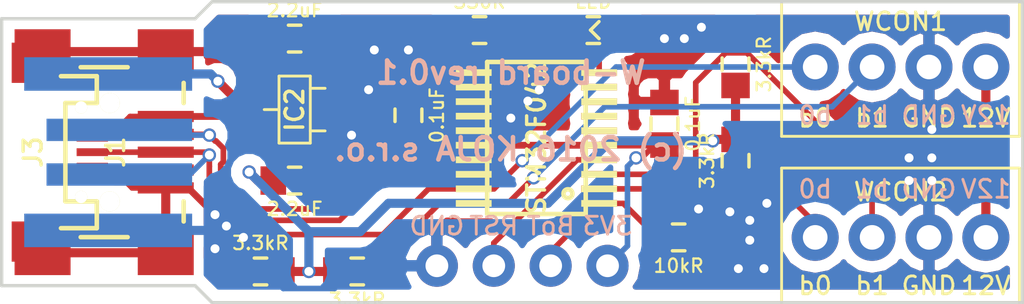
<source format=kicad_pcb>
(kicad_pcb (version 4) (host pcbnew 4.0.1-stable)

  (general
    (links 53)
    (no_connects 0)
    (area 127.285 108.069 176.134501 123.009)
    (thickness 1.6)
    (drawings 32)
    (tracks 219)
    (zones 0)
    (modules 19)
    (nets 25)
  )

  (page A4)
  (layers
    (0 F.Cu signal hide)
    (31 B.Cu signal hide)
    (32 B.Adhes user)
    (33 F.Adhes user)
    (34 B.Paste user)
    (35 F.Paste user)
    (36 B.SilkS user)
    (37 F.SilkS user)
    (38 B.Mask user)
    (39 F.Mask user)
    (40 Dwgs.User user)
    (41 Cmts.User user)
    (42 Eco1.User user)
    (43 Eco2.User user)
    (44 Edge.Cuts user)
    (45 Margin user)
    (46 B.CrtYd user)
    (47 F.CrtYd user)
    (48 B.Fab user)
    (49 F.Fab user)
  )

  (setup
    (last_trace_width 0.25)
    (user_trace_width 0.3048)
    (user_trace_width 0.4064)
    (trace_clearance 0.2)
    (zone_clearance 0.508)
    (zone_45_only no)
    (trace_min 0.2)
    (segment_width 0.15)
    (edge_width 0.15)
    (via_size 0.6)
    (via_drill 0.4)
    (via_min_size 0.4)
    (via_min_drill 0.3)
    (uvia_size 0.3)
    (uvia_drill 0.1)
    (uvias_allowed no)
    (uvia_min_size 0.2)
    (uvia_min_drill 0.1)
    (pcb_text_width 0.3)
    (pcb_text_size 1.5 1.5)
    (mod_edge_width 0.15)
    (mod_text_size 1 1)
    (mod_text_width 0.15)
    (pad_size 1.524 1.524)
    (pad_drill 0.762)
    (pad_to_mask_clearance 0.2)
    (aux_axis_origin 0 0)
    (visible_elements FFFFFF7F)
    (pcbplotparams
      (layerselection 0x010f0_80000001)
      (usegerberextensions false)
      (excludeedgelayer true)
      (linewidth 0.100000)
      (plotframeref false)
      (viasonmask false)
      (mode 1)
      (useauxorigin false)
      (hpglpennumber 1)
      (hpglpenspeed 20)
      (hpglpendiameter 15)
      (hpglpenoverlay 2)
      (psnegative false)
      (psa4output false)
      (plotreference true)
      (plotvalue true)
      (plotinvisibletext false)
      (padsonsilk false)
      (subtractmaskfromsilk false)
      (outputformat 1)
      (mirror false)
      (drillshape 0)
      (scaleselection 1)
      (outputdirectory ""))
  )

  (net 0 "")
  (net 1 +3.3V)
  (net 2 BOOT0)
  (net 3 RESET)
  (net 4 GND)
  (net 5 +5V)
  (net 6 "Net-(D1-Pad1)")
  (net 7 "Net-(D1-Pad2)")
  (net 8 W_A0)
  (net 9 W_A1)
  (net 10 USB_D+)
  (net 11 USB_D-)
  (net 12 "Net-(IC1-Pad14)")
  (net 13 "Net-(IC1-Pad13)")
  (net 14 "Net-(IC1-Pad9)")
  (net 15 "Net-(IC1-Pad8)")
  (net 16 "Net-(IC1-Pad7)")
  (net 17 W_B0)
  (net 18 W_B1)
  (net 19 "Net-(IC1-Pad6)")
  (net 20 "Net-(IC1-Pad12)")
  (net 21 "Net-(IC1-Pad11)")
  (net 22 "Net-(J1-PadID)")
  (net 23 "Net-(J3-PadID)")
  (net 24 12V)

  (net_class Default "This is the default net class."
    (clearance 0.2)
    (trace_width 0.25)
    (via_dia 0.6)
    (via_drill 0.4)
    (uvia_dia 0.3)
    (uvia_drill 0.1)
    (add_net +3.3V)
    (add_net +5V)
    (add_net 12V)
    (add_net BOOT0)
    (add_net GND)
    (add_net "Net-(D1-Pad1)")
    (add_net "Net-(D1-Pad2)")
    (add_net "Net-(IC1-Pad11)")
    (add_net "Net-(IC1-Pad12)")
    (add_net "Net-(IC1-Pad13)")
    (add_net "Net-(IC1-Pad14)")
    (add_net "Net-(IC1-Pad6)")
    (add_net "Net-(IC1-Pad7)")
    (add_net "Net-(IC1-Pad8)")
    (add_net "Net-(IC1-Pad9)")
    (add_net "Net-(J1-PadID)")
    (add_net "Net-(J3-PadID)")
    (add_net RESET)
    (add_net USB_D+)
    (add_net USB_D-)
    (add_net W_A0)
    (add_net W_A1)
    (add_net W_B0)
    (add_net W_B1)
  )

  (module flabbergast:M04_NOSILK_1SQ (layer F.Cu) (tedit 0) (tstamp 56E8B076)
    (at 153.67 120.65 180)
    (path /56E84E4F)
    (fp_text reference C1 (at 0 0 180) (layer Cmts.User) hide
      (effects (font (size 0 0) (thickness 0.000001)))
    )
    (fp_text value M04 (at 0 0 180) (layer Eco1.User) hide
      (effects (font (size 0 0) (thickness 0.000001)))
    )
    (fp_line (start 3.556 0.254) (end 4.064 0.254) (layer Cmts.User) (width 0.127))
    (fp_line (start 4.064 0.254) (end 4.064 -0.254) (layer Cmts.User) (width 0.127))
    (fp_line (start 4.064 -0.254) (end 3.556 -0.254) (layer Cmts.User) (width 0.127))
    (fp_line (start 3.556 -0.254) (end 3.556 0.254) (layer Cmts.User) (width 0.127))
    (fp_line (start 1.016 0.254) (end 1.524 0.254) (layer Cmts.User) (width 0.127))
    (fp_line (start 1.524 0.254) (end 1.524 -0.254) (layer Cmts.User) (width 0.127))
    (fp_line (start 1.524 -0.254) (end 1.016 -0.254) (layer Cmts.User) (width 0.127))
    (fp_line (start 1.016 -0.254) (end 1.016 0.254) (layer Cmts.User) (width 0.127))
    (fp_line (start -1.524 0.254) (end -1.016 0.254) (layer Cmts.User) (width 0.127))
    (fp_line (start -1.016 0.254) (end -1.016 -0.254) (layer Cmts.User) (width 0.127))
    (fp_line (start -1.016 -0.254) (end -1.524 -0.254) (layer Cmts.User) (width 0.127))
    (fp_line (start -1.524 -0.254) (end -1.524 0.254) (layer Cmts.User) (width 0.127))
    (fp_line (start -4.064 0.254) (end -3.556 0.254) (layer Cmts.User) (width 0.127))
    (fp_line (start -3.556 0.254) (end -3.556 -0.254) (layer Cmts.User) (width 0.127))
    (fp_line (start -3.556 -0.254) (end -4.064 -0.254) (layer Cmts.User) (width 0.127))
    (fp_line (start -4.064 -0.254) (end -4.064 0.254) (layer Cmts.User) (width 0.127))
    (pad 1 thru_hole oval (at -3.81 0 270) (size 1.8796 1.8796) (drill 1.016) (layers *.Cu *.Mask)
      (net 1 +3.3V))
    (pad 2 thru_hole oval (at -1.27 0 270) (size 1.8796 1.8796) (drill 1.016) (layers *.Cu *.Mask)
      (net 2 BOOT0))
    (pad 3 thru_hole oval (at 1.27 0 270) (size 1.8796 1.8796) (drill 1.016) (layers *.Cu *.Mask)
      (net 3 RESET))
    (pad 4 thru_hole oval (at 3.81 0 270) (size 1.8796 1.8796) (drill 1.016) (layers *.Cu *.Mask)
      (net 4 GND))
  )

  (module flabbergast:0805_wide (layer F.Cu) (tedit 56E8531D) (tstamp 56E8B07E)
    (at 143.51 116.84)
    (path /56E8154E)
    (fp_text reference C2 (at 0 -1.27) (layer Cmts.User)
      (effects (font (size 0.6 0.6) (thickness 0.1)))
    )
    (fp_text value 2.2uF (at 0 1.27) (layer F.SilkS)
      (effects (font (size 0.6 0.6) (thickness 0.1)))
    )
    (fp_line (start -0.2794 -0.59944) (end 0.2794 -0.59944) (layer F.SilkS) (width 0.1524))
    (fp_line (start -0.2794 0.59944) (end 0.2794 0.59944) (layer F.SilkS) (width 0.1524))
    (pad 1 smd rect (at -0.9525 0) (size 1.143 1.27) (layers F.Cu F.Paste F.Mask)
      (net 5 +5V))
    (pad 2 smd rect (at 0.9525 0) (size 1.143 1.27) (layers F.Cu F.Paste F.Mask)
      (net 4 GND))
  )

  (module flabbergast:0805_wide (layer F.Cu) (tedit 56E8531D) (tstamp 56E8B086)
    (at 148.59 113.919 90)
    (path /56E81517)
    (fp_text reference C3 (at 0 -1.27 90) (layer Cmts.User)
      (effects (font (size 0.6 0.6) (thickness 0.1)))
    )
    (fp_text value 0.1uF (at 0 1.27 90) (layer F.SilkS)
      (effects (font (size 0.6 0.6) (thickness 0.1)))
    )
    (fp_line (start -0.2794 -0.59944) (end 0.2794 -0.59944) (layer F.SilkS) (width 0.1524))
    (fp_line (start -0.2794 0.59944) (end 0.2794 0.59944) (layer F.SilkS) (width 0.1524))
    (pad 1 smd rect (at -0.9525 0 90) (size 1.143 1.27) (layers F.Cu F.Paste F.Mask)
      (net 1 +3.3V))
    (pad 2 smd rect (at 0.9525 0 90) (size 1.143 1.27) (layers F.Cu F.Paste F.Mask)
      (net 4 GND))
  )

  (module flabbergast:0805_wide (layer F.Cu) (tedit 56E8531D) (tstamp 56E8B08E)
    (at 160.02 114.3 90)
    (path /56E8149B)
    (fp_text reference C4 (at 0 -1.27 90) (layer Cmts.User)
      (effects (font (size 0.6 0.6) (thickness 0.1)))
    )
    (fp_text value 0.1uF (at 0 1.27 90) (layer F.SilkS)
      (effects (font (size 0.6 0.6) (thickness 0.1)))
    )
    (fp_line (start -0.2794 -0.59944) (end 0.2794 -0.59944) (layer F.SilkS) (width 0.1524))
    (fp_line (start -0.2794 0.59944) (end 0.2794 0.59944) (layer F.SilkS) (width 0.1524))
    (pad 1 smd rect (at -0.9525 0 90) (size 1.143 1.27) (layers F.Cu F.Paste F.Mask)
      (net 1 +3.3V))
    (pad 2 smd rect (at 0.9525 0 90) (size 1.143 1.27) (layers F.Cu F.Paste F.Mask)
      (net 4 GND))
  )

  (module flabbergast:0805_wide (layer F.Cu) (tedit 56E8531D) (tstamp 56E8B096)
    (at 143.51 110.49 180)
    (path /56E81598)
    (fp_text reference C5 (at 0 -1.27 180) (layer Cmts.User)
      (effects (font (size 0.6 0.6) (thickness 0.1)))
    )
    (fp_text value 2.2uF (at 0 1.27 180) (layer F.SilkS)
      (effects (font (size 0.6 0.6) (thickness 0.1)))
    )
    (fp_line (start -0.2794 -0.59944) (end 0.2794 -0.59944) (layer F.SilkS) (width 0.1524))
    (fp_line (start -0.2794 0.59944) (end 0.2794 0.59944) (layer F.SilkS) (width 0.1524))
    (pad 1 smd rect (at -0.9525 0 180) (size 1.143 1.27) (layers F.Cu F.Paste F.Mask)
      (net 1 +3.3V))
    (pad 2 smd rect (at 0.9525 0 180) (size 1.143 1.27) (layers F.Cu F.Paste F.Mask)
      (net 4 GND))
  )

  (module flabbergast:0805_wide (layer F.Cu) (tedit 56E8531D) (tstamp 56E8B09E)
    (at 156.845 110.109 180)
    (path /56E81782)
    (fp_text reference D1 (at 0 -1.27 180) (layer Cmts.User)
      (effects (font (size 0.6 0.6) (thickness 0.1)))
    )
    (fp_text value LED (at 0 1.27 180) (layer F.SilkS)
      (effects (font (size 0.6 0.6) (thickness 0.1)))
    )
    (fp_line (start -0.2794 -0.59944) (end 0.2794 -0.59944) (layer F.SilkS) (width 0.1524))
    (fp_line (start -0.2794 0.59944) (end 0.2794 0.59944) (layer F.SilkS) (width 0.1524))
    (pad 1 smd rect (at -0.9525 0 180) (size 1.143 1.27) (layers F.Cu F.Paste F.Mask)
      (net 6 "Net-(D1-Pad1)"))
    (pad 2 smd rect (at 0.9525 0 180) (size 1.143 1.27) (layers F.Cu F.Paste F.Mask)
      (net 7 "Net-(D1-Pad2)"))
  )

  (module flabbergast:TSSOP20 (layer F.Cu) (tedit 56E90F59) (tstamp 56E8B0BB)
    (at 154.305 114.935 180)
    (path /56E7DA40)
    (solder_mask_margin 0.0762)
    (solder_paste_margin -0.0254)
    (attr smd)
    (fp_text reference IC1 (at 0 4.318 180) (layer Cmts.User)
      (effects (font (size 0.762 0.762) (thickness 0.1524)))
    )
    (fp_text value STM32F042 (at 0 0 270) (layer F.SilkS)
      (effects (font (size 0.8 0.8) (thickness 0.15)))
    )
    (fp_circle (center -1.406 -2.492) (end -1.206 -2.492) (layer F.SilkS) (width 0.2032))
    (fp_line (start -2.2 -3.4) (end -2.2 3.4) (layer F.SilkS) (width 0.2032))
    (fp_line (start -2.2 3.4) (end 2.2 3.4) (layer F.SilkS) (width 0.2032))
    (fp_line (start 2.2 3.4) (end 2.2 -3.4) (layer F.SilkS) (width 0.2032))
    (fp_line (start 2.2 -3.4) (end -2.2 -3.4) (layer F.SilkS) (width 0.2032))
    (pad 19 smd rect (at 2.8 -2.275 180) (size 1.6 0.3) (layers F.Cu F.Paste F.SilkS F.Mask)
      (net 8 W_A0))
    (pad 20 smd rect (at 2.8 -2.925 180) (size 1.6 0.3) (layers F.Cu F.Paste F.SilkS F.Mask)
      (net 9 W_A1))
    (pad 18 smd rect (at 2.8 -1.625 180) (size 1.6 0.3) (layers F.Cu F.Paste F.SilkS F.Mask)
      (net 10 USB_D+))
    (pad 17 smd rect (at 2.8 -0.975 180) (size 1.6 0.3) (layers F.Cu F.Paste F.SilkS F.Mask)
      (net 11 USB_D-))
    (pad 16 smd rect (at 2.8 -0.325 180) (size 1.6 0.3) (layers F.Cu F.Paste F.SilkS F.Mask)
      (net 1 +3.3V))
    (pad 15 smd rect (at 2.8 0.325 180) (size 1.6 0.3) (layers F.Cu F.Paste F.SilkS F.Mask)
      (net 4 GND))
    (pad 14 smd rect (at 2.8 0.975 180) (size 1.6 0.3) (layers F.Cu F.Paste F.SilkS F.Mask)
      (net 12 "Net-(IC1-Pad14)"))
    (pad 13 smd rect (at 2.8 1.625 180) (size 1.6 0.3) (layers F.Cu F.Paste F.SilkS F.Mask)
      (net 13 "Net-(IC1-Pad13)"))
    (pad 10 smd rect (at -2.8 2.925 180) (size 1.6 0.3) (layers F.Cu F.Paste F.SilkS F.Mask)
      (net 6 "Net-(D1-Pad1)"))
    (pad 9 smd rect (at -2.8 2.275 180) (size 1.6 0.3) (layers F.Cu F.Paste F.SilkS F.Mask)
      (net 14 "Net-(IC1-Pad9)"))
    (pad 8 smd rect (at -2.8 1.625 180) (size 1.6 0.3) (layers F.Cu F.Paste F.SilkS F.Mask)
      (net 15 "Net-(IC1-Pad8)"))
    (pad 7 smd rect (at -2.8 0.975 180) (size 1.6 0.3) (layers F.Cu F.Paste F.SilkS F.Mask)
      (net 16 "Net-(IC1-Pad7)"))
    (pad 1 smd rect (at -2.8 -2.925 180) (size 1.6 0.3) (layers F.Cu F.Paste F.SilkS F.Mask)
      (net 2 BOOT0))
    (pad 2 smd rect (at -2.8 -2.275 180) (size 1.6 0.3) (layers F.Cu F.Paste F.SilkS F.Mask)
      (net 17 W_B0))
    (pad 3 smd rect (at -2.8 -1.625 180) (size 1.6 0.3) (layers F.Cu F.Paste F.SilkS F.Mask)
      (net 18 W_B1))
    (pad 4 smd rect (at -2.8 -0.975 180) (size 1.6 0.3) (layers F.Cu F.Paste F.SilkS F.Mask)
      (net 3 RESET))
    (pad 5 smd rect (at -2.8 -0.325 180) (size 1.6 0.3) (layers F.Cu F.Paste F.SilkS F.Mask)
      (net 1 +3.3V))
    (pad 6 smd rect (at -2.8 0.325 180) (size 1.6 0.3) (layers F.Cu F.Paste F.SilkS F.Mask)
      (net 19 "Net-(IC1-Pad6)"))
    (pad 12 smd rect (at 2.8 2.275 180) (size 1.6 0.3) (layers F.Cu F.Paste F.SilkS F.Mask)
      (net 20 "Net-(IC1-Pad12)"))
    (pad 11 smd rect (at 2.8 2.925 180) (size 1.6 0.3) (layers F.Cu F.Paste F.SilkS F.Mask)
      (net 21 "Net-(IC1-Pad11)"))
  )

  (module flabbergast:USB-MINIB (layer F.Cu) (tedit 56E7E09F) (tstamp 56E8B0DF)
    (at 135.255 115.57)
    (descr "<b>USB Series Mini-B Surface Mounted</b>")
    (path /56E7DFEB)
    (fp_text reference J1 (at 0.254 0 90) (layer F.SilkS)
      (effects (font (size 0.8 0.8) (thickness 0.15)))
    )
    (fp_text value USB_CONN_6PIN (at -0.254 6.604) (layer Cmts.User)
      (effects (font (size 0.8 0.8) (thickness 0.15)))
    )
    (fp_line (start -1.29794 -3.79984) (end 0.79756 -3.79984) (layer F.SilkS) (width 0.2032))
    (fp_line (start 3.29946 -3.0988) (end 3.29946 -2.19964) (layer F.SilkS) (width 0.2032))
    (fp_line (start 3.29946 2.19964) (end 3.29946 3.0988) (layer F.SilkS) (width 0.2032))
    (fp_line (start 0.79756 3.79984) (end -1.29794 3.79984) (layer F.SilkS) (width 0.2032))
    (fp_line (start -5.89788 -3.79984) (end -5.89788 3.79984) (layer Cmts.User) (width 0.2032))
    (fp_line (start -5.89788 3.79984) (end -4.49834 3.79984) (layer Cmts.User) (width 0.2032))
    (fp_line (start -5.89788 -3.79984) (end -4.49834 -3.79984) (layer Cmts.User) (width 0.2032))
    (pad Hole np_thru_hole circle (at 0 -2.19964) (size 0.89916 0.89916) (drill 0.89916) (layers *.Cu *.Mask F.SilkS))
    (pad Hole np_thru_hole circle (at 0 2.19964) (size 0.89916 0.89916) (drill 0.89916) (layers *.Cu *.Mask F.SilkS))
    (pad D+ smd rect (at 2.49936 0) (size 2.49936 0.49784) (layers F.Cu F.Paste F.Mask)
      (net 10 USB_D+))
    (pad D- smd rect (at 2.49936 -0.79756) (size 2.49936 0.49784) (layers F.Cu F.Paste F.Mask)
      (net 11 USB_D-))
    (pad GND smd rect (at 2.49936 1.59766) (size 2.49936 0.49784) (layers F.Cu F.Paste F.Mask)
      (net 4 GND))
    (pad ID smd rect (at 2.49936 0.79756) (size 2.49936 0.49784) (layers F.Cu F.Paste F.Mask)
      (net 22 "Net-(J1-PadID)"))
    (pad SH smd rect (at -2.99974 4.49834) (size 2.49936 1.99898) (layers F.Cu F.Paste F.Mask)
      (net 4 GND))
    (pad SH smd rect (at -2.99974 -4.49834) (size 2.49936 1.99898) (layers F.Cu F.Paste F.Mask)
      (net 4 GND))
    (pad SH smd rect (at 2.49936 4.49834) (size 2.49936 1.99898) (layers F.Cu F.Paste F.Mask)
      (net 4 GND))
    (pad SH smd rect (at 2.49936 -4.49834) (size 2.49936 1.99898) (layers F.Cu F.Paste F.Mask)
      (net 4 GND))
    (pad 5V smd rect (at 2.49936 -1.59766) (size 2.49936 0.49784) (layers F.Cu F.Paste F.Mask)
      (net 5 +5V))
  )

  (module flabbergast:0805_wide (layer F.Cu) (tedit 56E8531D) (tstamp 56E8B12A)
    (at 163.195 115.951 270)
    (path /56E84BE8)
    (fp_text reference R1 (at 0 -1.27 270) (layer Cmts.User)
      (effects (font (size 0.6 0.6) (thickness 0.1)))
    )
    (fp_text value 3.3kR (at 0 1.27 270) (layer F.SilkS)
      (effects (font (size 0.6 0.6) (thickness 0.1)))
    )
    (fp_line (start -0.2794 -0.59944) (end 0.2794 -0.59944) (layer F.SilkS) (width 0.1524))
    (fp_line (start -0.2794 0.59944) (end 0.2794 0.59944) (layer F.SilkS) (width 0.1524))
    (pad 1 smd rect (at -0.9525 0 270) (size 1.143 1.27) (layers F.Cu F.Paste F.Mask)
      (net 5 +5V))
    (pad 2 smd rect (at 0.9525 0 270) (size 1.143 1.27) (layers F.Cu F.Paste F.Mask)
      (net 17 W_B0))
  )

  (module flabbergast:0805_wide (layer F.Cu) (tedit 56E8531D) (tstamp 56E8B132)
    (at 163.195 111.633 90)
    (path /56E84BEE)
    (fp_text reference R2 (at 0 -1.27 90) (layer Cmts.User)
      (effects (font (size 0.6 0.6) (thickness 0.1)))
    )
    (fp_text value 3.3kR (at 0 1.27 90) (layer F.SilkS)
      (effects (font (size 0.6 0.6) (thickness 0.1)))
    )
    (fp_line (start -0.2794 -0.59944) (end 0.2794 -0.59944) (layer F.SilkS) (width 0.1524))
    (fp_line (start -0.2794 0.59944) (end 0.2794 0.59944) (layer F.SilkS) (width 0.1524))
    (pad 1 smd rect (at -0.9525 0 90) (size 1.143 1.27) (layers F.Cu F.Paste F.Mask)
      (net 5 +5V))
    (pad 2 smd rect (at 0.9525 0 90) (size 1.143 1.27) (layers F.Cu F.Paste F.Mask)
      (net 18 W_B1))
  )

  (module flabbergast:0805_wide (layer F.Cu) (tedit 56E8531D) (tstamp 56E8B13A)
    (at 160.655 119.38)
    (path /56E813A7)
    (fp_text reference R3 (at 0 -1.27) (layer Cmts.User)
      (effects (font (size 0.6 0.6) (thickness 0.1)))
    )
    (fp_text value 10kR (at 0 1.27) (layer F.SilkS)
      (effects (font (size 0.6 0.6) (thickness 0.1)))
    )
    (fp_line (start -0.2794 -0.59944) (end 0.2794 -0.59944) (layer F.SilkS) (width 0.1524))
    (fp_line (start -0.2794 0.59944) (end 0.2794 0.59944) (layer F.SilkS) (width 0.1524))
    (pad 1 smd rect (at -0.9525 0) (size 1.143 1.27) (layers F.Cu F.Paste F.Mask)
      (net 2 BOOT0))
    (pad 2 smd rect (at 0.9525 0) (size 1.143 1.27) (layers F.Cu F.Paste F.Mask)
      (net 4 GND))
  )

  (module flabbergast:0805_wide (layer F.Cu) (tedit 56E8531D) (tstamp 56E8B142)
    (at 141.986 120.904 180)
    (path /56E812E4)
    (fp_text reference R4 (at 0 -1.27 180) (layer Cmts.User)
      (effects (font (size 0.6 0.6) (thickness 0.1)))
    )
    (fp_text value 3.3kR (at 0 1.27 180) (layer F.SilkS)
      (effects (font (size 0.6 0.6) (thickness 0.1)))
    )
    (fp_line (start -0.2794 -0.59944) (end 0.2794 -0.59944) (layer F.SilkS) (width 0.1524))
    (fp_line (start -0.2794 0.59944) (end 0.2794 0.59944) (layer F.SilkS) (width 0.1524))
    (pad 1 smd rect (at -0.9525 0 180) (size 1.143 1.27) (layers F.Cu F.Paste F.Mask)
      (net 5 +5V))
    (pad 2 smd rect (at 0.9525 0 180) (size 1.143 1.27) (layers F.Cu F.Paste F.Mask)
      (net 8 W_A0))
  )

  (module flabbergast:0805_wide (layer F.Cu) (tedit 56E8531D) (tstamp 56E8B14A)
    (at 146.304 120.904)
    (path /56E8136A)
    (fp_text reference R5 (at 0 -1.27) (layer Cmts.User)
      (effects (font (size 0.6 0.6) (thickness 0.1)))
    )
    (fp_text value 3.3kR (at 0 1.27) (layer F.SilkS)
      (effects (font (size 0.6 0.6) (thickness 0.1)))
    )
    (fp_line (start -0.2794 -0.59944) (end 0.2794 -0.59944) (layer F.SilkS) (width 0.1524))
    (fp_line (start -0.2794 0.59944) (end 0.2794 0.59944) (layer F.SilkS) (width 0.1524))
    (pad 1 smd rect (at -0.9525 0) (size 1.143 1.27) (layers F.Cu F.Paste F.Mask)
      (net 5 +5V))
    (pad 2 smd rect (at 0.9525 0) (size 1.143 1.27) (layers F.Cu F.Paste F.Mask)
      (net 9 W_A1))
  )

  (module flabbergast:0805_wide (layer F.Cu) (tedit 56E8531D) (tstamp 56E8B152)
    (at 151.765 110.109 180)
    (path /56E8146A)
    (fp_text reference R6 (at 0 -1.27 180) (layer Cmts.User)
      (effects (font (size 0.6 0.6) (thickness 0.1)))
    )
    (fp_text value 330R (at 0 1.27 180) (layer F.SilkS)
      (effects (font (size 0.6 0.6) (thickness 0.1)))
    )
    (fp_line (start -0.2794 -0.59944) (end 0.2794 -0.59944) (layer F.SilkS) (width 0.1524))
    (fp_line (start -0.2794 0.59944) (end 0.2794 0.59944) (layer F.SilkS) (width 0.1524))
    (pad 1 smd rect (at -0.9525 0 180) (size 1.143 1.27) (layers F.Cu F.Paste F.Mask)
      (net 7 "Net-(D1-Pad2)"))
    (pad 2 smd rect (at 0.9525 0 180) (size 1.143 1.27) (layers F.Cu F.Paste F.Mask)
      (net 4 GND))
  )

  (module flabbergast:SCREW_TERM_254_4 (layer F.Cu) (tedit 56E85067) (tstamp 56E8B16E)
    (at 170.561 111.76)
    (path /56E81B7C)
    (fp_text reference WCON1 (at 0 -2.032) (layer F.SilkS)
      (effects (font (size 0.8 0.8) (thickness 0.127)))
    )
    (fp_text value M04 (at 0 2.286) (layer Cmts.User)
      (effects (font (size 0.8 0.8) (thickness 0.127)))
    )
    (fp_line (start -5.31 3.1) (end 5.31 3.1) (layer F.SilkS) (width 0.127))
    (fp_line (start 5.31 3.1) (end 5.31 -3.1) (layer F.SilkS) (width 0.127))
    (fp_line (start 5.31 -3.1) (end -5.31 -3.1) (layer F.SilkS) (width 0.127))
    (fp_line (start -5.31 -3.1) (end -5.31 3.1) (layer F.SilkS) (width 0.127))
    (fp_line (start 3.556 0.254) (end 4.064 0.254) (layer Cmts.User) (width 0.127))
    (fp_line (start 4.064 0.254) (end 4.064 -0.254) (layer Cmts.User) (width 0.127))
    (fp_line (start 4.064 -0.254) (end 3.556 -0.254) (layer Cmts.User) (width 0.127))
    (fp_line (start 3.556 -0.254) (end 3.556 0.254) (layer Cmts.User) (width 0.127))
    (fp_line (start 1.016 0.254) (end 1.524 0.254) (layer Cmts.User) (width 0.127))
    (fp_line (start 1.524 0.254) (end 1.524 -0.254) (layer Cmts.User) (width 0.127))
    (fp_line (start 1.524 -0.254) (end 1.016 -0.254) (layer Cmts.User) (width 0.127))
    (fp_line (start 1.016 -0.254) (end 1.016 0.254) (layer Cmts.User) (width 0.127))
    (fp_line (start -1.524 0.254) (end -1.016 0.254) (layer Cmts.User) (width 0.127))
    (fp_line (start -1.016 0.254) (end -1.016 -0.254) (layer Cmts.User) (width 0.127))
    (fp_line (start -1.016 -0.254) (end -1.524 -0.254) (layer Cmts.User) (width 0.127))
    (fp_line (start -1.524 -0.254) (end -1.524 0.254) (layer Cmts.User) (width 0.127))
    (fp_line (start -4.064 0.254) (end -3.556 0.254) (layer Cmts.User) (width 0.127))
    (fp_line (start -3.556 0.254) (end -3.556 -0.254) (layer Cmts.User) (width 0.127))
    (fp_line (start -3.556 -0.254) (end -4.064 -0.254) (layer Cmts.User) (width 0.127))
    (fp_line (start -4.064 -0.254) (end -4.064 0.254) (layer Cmts.User) (width 0.127))
    (pad 1 thru_hole oval (at -3.81 0 90) (size 2.1 2.1) (drill 1.1) (layers *.Cu *.Mask)
      (net 8 W_A0))
    (pad 2 thru_hole oval (at -1.27 0 90) (size 2.1 2.1) (drill 1.1) (layers *.Cu *.Mask)
      (net 9 W_A1))
    (pad 3 thru_hole oval (at 1.27 0 90) (size 2.1 2.1) (drill 1.1) (layers *.Cu *.Mask)
      (net 4 GND))
    (pad 4 thru_hole oval (at 3.81 0 90) (size 2.1 2.1) (drill 1.1) (layers *.Cu *.Mask)
      (net 24 12V))
  )

  (module flabbergast:SCREW_TERM_254_4 (layer F.Cu) (tedit 56E85067) (tstamp 56E8B18A)
    (at 170.561 119.38)
    (path /56E84BF4)
    (fp_text reference WCON2 (at 0 -2.032) (layer F.SilkS)
      (effects (font (size 0.8 0.8) (thickness 0.127)))
    )
    (fp_text value M04 (at 0 2.286) (layer Cmts.User)
      (effects (font (size 0.8 0.8) (thickness 0.127)))
    )
    (fp_line (start -5.31 3.1) (end 5.31 3.1) (layer F.SilkS) (width 0.127))
    (fp_line (start 5.31 3.1) (end 5.31 -3.1) (layer F.SilkS) (width 0.127))
    (fp_line (start 5.31 -3.1) (end -5.31 -3.1) (layer F.SilkS) (width 0.127))
    (fp_line (start -5.31 -3.1) (end -5.31 3.1) (layer F.SilkS) (width 0.127))
    (fp_line (start 3.556 0.254) (end 4.064 0.254) (layer Cmts.User) (width 0.127))
    (fp_line (start 4.064 0.254) (end 4.064 -0.254) (layer Cmts.User) (width 0.127))
    (fp_line (start 4.064 -0.254) (end 3.556 -0.254) (layer Cmts.User) (width 0.127))
    (fp_line (start 3.556 -0.254) (end 3.556 0.254) (layer Cmts.User) (width 0.127))
    (fp_line (start 1.016 0.254) (end 1.524 0.254) (layer Cmts.User) (width 0.127))
    (fp_line (start 1.524 0.254) (end 1.524 -0.254) (layer Cmts.User) (width 0.127))
    (fp_line (start 1.524 -0.254) (end 1.016 -0.254) (layer Cmts.User) (width 0.127))
    (fp_line (start 1.016 -0.254) (end 1.016 0.254) (layer Cmts.User) (width 0.127))
    (fp_line (start -1.524 0.254) (end -1.016 0.254) (layer Cmts.User) (width 0.127))
    (fp_line (start -1.016 0.254) (end -1.016 -0.254) (layer Cmts.User) (width 0.127))
    (fp_line (start -1.016 -0.254) (end -1.524 -0.254) (layer Cmts.User) (width 0.127))
    (fp_line (start -1.524 -0.254) (end -1.524 0.254) (layer Cmts.User) (width 0.127))
    (fp_line (start -4.064 0.254) (end -3.556 0.254) (layer Cmts.User) (width 0.127))
    (fp_line (start -3.556 0.254) (end -3.556 -0.254) (layer Cmts.User) (width 0.127))
    (fp_line (start -3.556 -0.254) (end -4.064 -0.254) (layer Cmts.User) (width 0.127))
    (fp_line (start -4.064 -0.254) (end -4.064 0.254) (layer Cmts.User) (width 0.127))
    (pad 1 thru_hole oval (at -3.81 0 90) (size 2.1 2.1) (drill 1.1) (layers *.Cu *.Mask)
      (net 17 W_B0))
    (pad 2 thru_hole oval (at -1.27 0 90) (size 2.1 2.1) (drill 1.1) (layers *.Cu *.Mask)
      (net 18 W_B1))
    (pad 3 thru_hole oval (at 1.27 0 90) (size 2.1 2.1) (drill 1.1) (layers *.Cu *.Mask)
      (net 4 GND))
    (pad 4 thru_hole oval (at 3.81 0 90) (size 2.1 2.1) (drill 1.1) (layers *.Cu *.Mask)
      (net 24 12V))
  )

  (module flabbergast:USB-A-PCB (layer B.Cu) (tedit 56E7E1ED) (tstamp 56E8BBF2)
    (at 135.382 115.57)
    (descr "Card-edge USB A connector.")
    (path /56E81267)
    (fp_text reference J2 (at 0 0) (layer Cmts.User) hide
      (effects (font (size 0 0) (thickness 0.000001)))
    )
    (fp_text value USB_CONN_4PIN (at 0 0) (layer Eco1.User) hide
      (effects (font (size 0 0) (thickness 0.000001)))
    )
    (fp_text user "Card edge" (at -6.17 -0.02 270) (layer Cmts.User)
      (effects (font (size 1.016 1.016) (thickness 0.08128)))
    )
    (fp_line (start -4.99872 5.99948) (end 3.69824 5.99948) (layer Cmts.User) (width 0.127))
    (fp_line (start 3.69824 5.99948) (end 3.69824 -5.99948) (layer Cmts.User) (width 0.127))
    (fp_line (start 3.69824 -5.99948) (end -4.99872 -5.99948) (layer Cmts.User) (width 0.127))
    (fp_line (start -4.99872 -5.99948) (end -4.99872 5.99948) (layer Cmts.User) (width 0.127))
    (pad 5V smd rect (at -0.19812 -3.49758) (size 7.49808 1.4986) (layers B.Cu B.Paste B.Mask)
      (net 5 +5V))
    (pad D- smd rect (at 0.29972 -0.99822) (size 6.49986 0.99822) (layers B.Cu B.Paste B.Mask)
      (net 11 USB_D-))
    (pad D+ smd rect (at 0.29972 0.99822) (size 6.49986 0.99822) (layers B.Cu B.Paste B.Mask)
      (net 10 USB_D+))
    (pad GND smd rect (at -0.19812 3.49758) (size 7.49808 1.4986) (layers B.Cu B.Paste B.Mask)
      (net 4 GND))
  )

  (module flabbergast:USB-MICROB (layer F.Cu) (tedit 56E859BF) (tstamp 56E8C0C4)
    (at 131.826 115.57 270)
    (path /56E81219)
    (fp_text reference J3 (at 0 0 270) (layer F.SilkS)
      (effects (font (size 0.8 0.8) (thickness 0.15)))
    )
    (fp_text value USB_CONN_6PIN (at 0 3.556 270) (layer Cmts.User)
      (effects (font (size 0.8 0.8) (thickness 0.15)))
    )
    (fp_line (start -3 2.55) (end -2.8 2.8) (layer Cmts.User) (width 0.127))
    (fp_line (start 3 2.61) (end 2.75 2.8) (layer Cmts.User) (width 0.127))
    (fp_line (start -3.39852 2.14884) (end -2.99974 2.14884) (layer Cmts.User) (width 0.127))
    (fp_line (start 2.99974 2.14884) (end 3.39852 2.14884) (layer Cmts.User) (width 0.127))
    (fp_line (start -3.39852 2.14884) (end -3.39852 1.4478) (layer Cmts.User) (width 0.127))
    (fp_line (start -3.39852 1.4478) (end -3.39852 -2.84988) (layer Cmts.User) (width 0.127))
    (fp_line (start 3.39852 -2.84988) (end 2.19964 -2.84988) (layer Cmts.User) (width 0.127))
    (fp_line (start 3.39852 -2.84988) (end 3.39852 1.4478) (layer Cmts.User) (width 0.127))
    (fp_line (start 3.39852 1.4478) (end 3.39852 2.14884) (layer Cmts.User) (width 0.127))
    (fp_line (start -3.39852 1.4478) (end 3.39852 1.4478) (layer Cmts.User) (width 0.127))
    (fp_line (start -3.39852 -1.24968) (end -3.39852 -2.84988) (layer F.SilkS) (width 0.2032))
    (fp_line (start -3.39852 -2.84988) (end -2.19964 -2.84988) (layer F.SilkS) (width 0.2032))
    (fp_line (start 3.39852 -2.84988) (end 2.19964 -2.84988) (layer F.SilkS) (width 0.2032))
    (fp_line (start 3.39852 -1.24968) (end 3.39852 -2.84988) (layer F.SilkS) (width 0.2032))
    (fp_line (start -3.39852 1.4478) (end 3.39852 1.4478) (layer F.SilkS) (width 0.2032))
    (fp_line (start -2.19964 -1.4478) (end 2.19964 -1.4478) (layer Cmts.User) (width 0.127))
    (fp_line (start 2.19964 -1.4478) (end 2.19964 -2.84988) (layer Cmts.User) (width 0.127))
    (fp_line (start -2.19964 -1.4478) (end -2.19964 -2.84988) (layer Cmts.User) (width 0.127))
    (fp_line (start -2.19964 -2.84988) (end -2.19964 -1.4478) (layer F.SilkS) (width 0.2032))
    (fp_line (start -2.19964 -1.4478) (end 2.19964 -1.4478) (layer F.SilkS) (width 0.2032))
    (fp_line (start 2.19964 -1.4478) (end 2.19964 -2.84988) (layer F.SilkS) (width 0.2032))
    (fp_line (start -3.39852 2.14884) (end -3.99796 2.74828) (layer Cmts.User) (width 0.2032))
    (fp_line (start 3.39852 2.14884) (end 3.99796 2.74828) (layer Cmts.User) (width 0.2032))
    (fp_line (start -2.99974 2.14884) (end -2.99974 2.54762) (layer Cmts.User) (width 0.127))
    (fp_line (start -2.79908 2.79908) (end 2.74828 2.79908) (layer Cmts.User) (width 0.127))
    (fp_line (start 2.99974 2.59842) (end 2.99974 2.14884) (layer Cmts.User) (width 0.127))
    (pad Hole np_thru_hole circle (at -1.99898 -2.14884 270) (size 0.54864 0.54864) (drill 0.54864) (layers *.Cu *.Mask F.SilkS))
    (pad Hole np_thru_hole circle (at 1.99898 -2.14884 270) (size 0.54864 0.54864) (drill 0.54864) (layers *.Cu *.Mask F.SilkS))
    (pad D+ smd rect (at 0 -2.64922) (size 1.39954 0.34798) (layers F.Cu F.Paste F.Mask)
      (net 10 USB_D+))
    (pad D- smd rect (at -0.6477 -2.64922) (size 1.39954 0.34798) (layers F.Cu F.Paste F.Mask)
      (net 11 USB_D-))
    (pad GND smd rect (at 1.29794 -2.64922) (size 1.39954 0.34798) (layers F.Cu F.Paste F.Mask)
      (net 4 GND))
    (pad ID smd rect (at 0.6477 -2.64922) (size 1.39954 0.34798) (layers F.Cu F.Paste F.Mask)
      (net 23 "Net-(J3-PadID)"))
    (pad SH smd rect (at -3.99796 0 270) (size 1.79832 1.89992) (layers F.Cu F.Paste F.Mask)
      (net 4 GND))
    (pad SH smd rect (at 3.99796 0 270) (size 1.79832 1.89992) (layers F.Cu F.Paste F.Mask)
      (net 4 GND))
    (pad 5V smd rect (at -1.29794 -2.64922) (size 1.39954 0.34798) (layers F.Cu F.Paste F.Mask)
      (net 5 +5V))
  )

  (module flabbergast:SOT23A-3 (layer F.Cu) (tedit 56E90ECC) (tstamp 56E91522)
    (at 143.51 113.665 90)
    (descr SOT23)
    (path /56E815DE)
    (attr smd)
    (fp_text reference IC2 (at 0 0 90) (layer F.SilkS)
      (effects (font (size 0.8 0.8) (thickness 0.15)))
    )
    (fp_text value MCP1703T_3LEAD (at 0 0.09906 90) (layer Cmts.User)
      (effects (font (size 0.8 0.8) (thickness 0.15)))
    )
    (fp_line (start 0.9525 0.6985) (end 0.9525 1.3589) (layer F.SilkS) (width 0.127))
    (fp_line (start -0.9525 0.6985) (end -0.9525 1.3589) (layer F.SilkS) (width 0.127))
    (fp_line (start 0 -0.6985) (end 0 -1.3589) (layer F.SilkS) (width 0.127))
    (fp_line (start -1.4986 -0.6985) (end 1.4986 -0.6985) (layer F.SilkS) (width 0.127))
    (fp_line (start 1.4986 -0.6985) (end 1.4986 0.6985) (layer F.SilkS) (width 0.127))
    (fp_line (start 1.4986 0.6985) (end -1.4986 0.6985) (layer F.SilkS) (width 0.127))
    (fp_line (start -1.4986 0.6985) (end -1.4986 -0.6985) (layer F.SilkS) (width 0.127))
    (pad 1 smd rect (at -0.95 1.3 90) (size 0.8 1.2) (layers F.Cu F.Paste F.Mask)
      (net 4 GND))
    (pad 3 smd rect (at 0 -1.3 90) (size 0.8 1.2) (layers F.Cu F.Paste F.Mask)
      (net 5 +5V))
    (pad 2 smd rect (at 0.95 1.3 90) (size 0.8 1.2) (layers F.Cu F.Paste F.Mask)
      (net 1 +3.3V))
    (model smd/smd_transistors/sot23.wrl
      (at (xyz 0 0 0))
      (scale (xyz 1 1 1))
      (rotate (xyz 0 0 0))
    )
  )

  (gr_text "W-board rev0.1" (at 153.162 112.014) (layer B.SilkS)
    (effects (font (size 1 1) (thickness 0.2)) (justify mirror))
  )
  (gr_line (start 156.718 110.109) (end 157.099 110.49) (angle 90) (layer F.SilkS) (width 0.15))
  (gr_line (start 157.099 109.728) (end 156.718 110.109) (angle 90) (layer F.SilkS) (width 0.15))
  (gr_text 3V3 (at 157.48 118.872) (layer B.SilkS)
    (effects (font (size 0.8 0.8) (thickness 0.127)) (justify mirror))
  )
  (gr_text BoT (at 154.94 118.872) (layer B.SilkS)
    (effects (font (size 0.8 0.8) (thickness 0.127)) (justify mirror))
  )
  (gr_text RST (at 152.4 118.872) (layer B.SilkS)
    (effects (font (size 0.8 0.8) (thickness 0.127)) (justify mirror))
  )
  (gr_text GND (at 149.86 118.872) (layer B.SilkS)
    (effects (font (size 0.8 0.8) (thickness 0.127)) (justify mirror))
  )
  (gr_text "(c) 2016 KOJA s.r.o." (at 153.162 115.443) (layer B.SilkS)
    (effects (font (size 1 1) (thickness 0.2)) (justify mirror))
  )
  (gr_text "12V\n" (at 174.371 113.919) (layer B.SilkS) (tstamp 56E90961)
    (effects (font (size 0.8 0.8) (thickness 0.127)) (justify mirror))
  )
  (gr_text GND (at 171.831 113.919) (layer B.SilkS) (tstamp 56E90960)
    (effects (font (size 0.8 0.8) (thickness 0.127)) (justify mirror))
  )
  (gr_text b1 (at 169.291 113.919) (layer B.SilkS) (tstamp 56E9095F)
    (effects (font (size 0.8 0.8) (thickness 0.127)) (justify mirror))
  )
  (gr_text b0 (at 166.751 113.919) (layer B.SilkS) (tstamp 56E9095E)
    (effects (font (size 0.8 0.8) (thickness 0.127)) (justify mirror))
  )
  (gr_text b0 (at 166.751 117.221) (layer B.SilkS) (tstamp 56E90929)
    (effects (font (size 0.8 0.8) (thickness 0.127)) (justify mirror))
  )
  (gr_text b1 (at 169.291 117.221) (layer B.SilkS) (tstamp 56E90928)
    (effects (font (size 0.8 0.8) (thickness 0.127)) (justify mirror))
  )
  (gr_text GND (at 171.831 117.221) (layer B.SilkS) (tstamp 56E90927)
    (effects (font (size 0.8 0.8) (thickness 0.127)) (justify mirror))
  )
  (gr_text "12V\n" (at 174.371 117.221) (layer B.SilkS) (tstamp 56E90926)
    (effects (font (size 0.8 0.8) (thickness 0.127)) (justify mirror))
  )
  (gr_text b0 (at 166.751 121.539) (layer F.SilkS) (tstamp 56E908DA)
    (effects (font (size 0.8 0.8) (thickness 0.127)))
  )
  (gr_text b1 (at 169.291 121.539) (layer F.SilkS) (tstamp 56E908D9)
    (effects (font (size 0.8 0.8) (thickness 0.127)))
  )
  (gr_text GND (at 171.831 121.539) (layer F.SilkS) (tstamp 56E908D8)
    (effects (font (size 0.8 0.8) (thickness 0.127)))
  )
  (gr_text "12V\n" (at 174.371 121.539) (layer F.SilkS) (tstamp 56E908D7)
    (effects (font (size 0.8 0.8) (thickness 0.127)))
  )
  (gr_text "12V\n" (at 174.371 114.046) (layer F.SilkS)
    (effects (font (size 0.8 0.8) (thickness 0.127)))
  )
  (gr_text GND (at 171.831 114.046) (layer F.SilkS)
    (effects (font (size 0.8 0.8) (thickness 0.127)))
  )
  (gr_text b1 (at 169.291 114.046) (layer F.SilkS)
    (effects (font (size 0.8 0.8) (thickness 0.127)))
  )
  (gr_text b0 (at 166.751 114.046) (layer F.SilkS)
    (effects (font (size 0.8 0.8) (thickness 0.127)))
  )
  (gr_line (start 176.022 122.301) (end 176.022 108.839) (angle 90) (layer Edge.Cuts) (width 0.15))
  (gr_line (start 139.827 108.839) (end 176.022 108.839) (angle 90) (layer Edge.Cuts) (width 0.15))
  (gr_line (start 139.065 109.601) (end 139.827 108.839) (angle 90) (layer Edge.Cuts) (width 0.15))
  (gr_line (start 139.827 122.301) (end 176.022 122.301) (angle 90) (layer Edge.Cuts) (width 0.15))
  (gr_line (start 139.065 121.539) (end 139.827 122.301) (angle 90) (layer Edge.Cuts) (width 0.15))
  (gr_line (start 130.429 121.539) (end 139.065 121.539) (angle 90) (layer Edge.Cuts) (width 0.15))
  (gr_line (start 130.429 109.601) (end 139.065 109.601) (angle 90) (layer Edge.Cuts) (width 0.15))
  (gr_line (start 130.429 121.539) (end 130.429 109.601) (angle 90) (layer Edge.Cuts) (width 0.15))

  (segment (start 160.02 115.2525) (end 159.5755 115.2525) (width 0.25) (layer F.Cu) (net 1))
  (segment (start 159.5755 115.2525) (end 159.004 115.824) (width 0.25) (layer F.Cu) (net 1) (tstamp 56E8C685))
  (segment (start 158.369 119.761) (end 157.48 120.65) (width 0.25) (layer B.Cu) (net 1) (tstamp 56E8C68C))
  (segment (start 158.369 116.205) (end 158.369 119.761) (width 0.25) (layer B.Cu) (net 1) (tstamp 56E8C68B))
  (segment (start 158.75 115.824) (end 158.369 116.205) (width 0.25) (layer B.Cu) (net 1) (tstamp 56E8C68A))
  (via (at 158.75 115.824) (size 0.6) (drill 0.4) (layers F.Cu B.Cu) (net 1))
  (segment (start 159.004 115.824) (end 158.75 115.824) (width 0.25) (layer F.Cu) (net 1) (tstamp 56E8C687))
  (segment (start 151.505 115.26) (end 157.105 115.26) (width 0.3048) (layer F.Cu) (net 1))
  (segment (start 157.105 115.26) (end 157.1125 115.2525) (width 0.3048) (layer F.Cu) (net 1) (tstamp 56E8C644))
  (segment (start 157.1125 115.2525) (end 160.02 115.2525) (width 0.3048) (layer F.Cu) (net 1) (tstamp 56E8C645))
  (segment (start 148.59 114.8715) (end 149.2885 114.8715) (width 0.3048) (layer F.Cu) (net 1))
  (segment (start 149.677 115.26) (end 151.505 115.26) (width 0.3048) (layer F.Cu) (net 1) (tstamp 56E8C641))
  (segment (start 149.2885 114.8715) (end 149.677 115.26) (width 0.3048) (layer F.Cu) (net 1) (tstamp 56E8C640))
  (segment (start 144.81 112.715) (end 145.227 112.715) (width 0.4064) (layer F.Cu) (net 1))
  (segment (start 145.227 112.715) (end 147.3835 114.8715) (width 0.4064) (layer F.Cu) (net 1) (tstamp 56E8C63C))
  (segment (start 147.3835 114.8715) (end 148.59 114.8715) (width 0.4064) (layer F.Cu) (net 1) (tstamp 56E8C63D))
  (segment (start 144.81 112.715) (end 144.81 110.8375) (width 0.4064) (layer F.Cu) (net 1))
  (segment (start 144.81 110.8375) (end 144.4625 110.49) (width 0.4064) (layer F.Cu) (net 1) (tstamp 56E8C639))
  (segment (start 157.105 117.86) (end 158.1825 117.86) (width 0.25) (layer F.Cu) (net 2))
  (segment (start 158.1825 117.86) (end 159.7025 119.38) (width 0.25) (layer F.Cu) (net 2) (tstamp 56E8C64F))
  (segment (start 154.94 120.65) (end 154.94 120.025) (width 0.25) (layer F.Cu) (net 2))
  (segment (start 154.94 120.025) (end 157.105 117.86) (width 0.25) (layer F.Cu) (net 2) (tstamp 56E8C648))
  (segment (start 152.4 120.65) (end 152.4 119.634) (width 0.25) (layer F.Cu) (net 3))
  (segment (start 156.124 115.91) (end 157.105 115.91) (width 0.25) (layer F.Cu) (net 3) (tstamp 56E8C655))
  (segment (start 152.4 119.634) (end 156.124 115.91) (width 0.25) (layer F.Cu) (net 3) (tstamp 56E8C653))
  (segment (start 160.02 110.49) (end 160.909 110.49) (width 0.25) (layer F.Cu) (net 4))
  (via (at 161.671 109.982) (size 0.6) (drill 0.4) (layers F.Cu B.Cu) (net 4))
  (segment (start 161.417 109.982) (end 161.671 109.982) (width 0.25) (layer B.Cu) (net 4) (tstamp 56E90D3E))
  (segment (start 160.909 110.49) (end 161.417 109.982) (width 0.25) (layer B.Cu) (net 4) (tstamp 56E90D3D))
  (via (at 160.909 110.49) (size 0.6) (drill 0.4) (layers F.Cu B.Cu) (net 4))
  (segment (start 163.83 118.618) (end 163.83 119.507) (width 0.25) (layer B.Cu) (net 4))
  (via (at 164.465 120.777) (size 0.6) (drill 0.4) (layers F.Cu B.Cu) (net 4))
  (segment (start 163.322 120.777) (end 164.465 120.777) (width 0.25) (layer B.Cu) (net 4) (tstamp 56E90CF3))
  (via (at 163.322 120.777) (size 0.6) (drill 0.4) (layers F.Cu B.Cu) (net 4))
  (segment (start 163.322 120.015) (end 163.322 120.777) (width 0.25) (layer F.Cu) (net 4) (tstamp 56E90CF0))
  (segment (start 163.83 119.507) (end 163.322 120.015) (width 0.25) (layer F.Cu) (net 4) (tstamp 56E90CEF))
  (via (at 163.83 119.507) (size 0.6) (drill 0.4) (layers F.Cu B.Cu) (net 4))
  (segment (start 161.544 118.11) (end 162.814 118.11) (width 0.25) (layer F.Cu) (net 4))
  (via (at 164.592 117.856) (size 0.6) (drill 0.4) (layers F.Cu B.Cu) (net 4))
  (segment (start 163.83 118.618) (end 164.592 117.856) (width 0.25) (layer F.Cu) (net 4) (tstamp 56E90CA9))
  (via (at 163.83 118.618) (size 0.6) (drill 0.4) (layers F.Cu B.Cu) (net 4))
  (segment (start 163.322 118.618) (end 163.83 118.618) (width 0.25) (layer B.Cu) (net 4) (tstamp 56E90CA6))
  (segment (start 162.941 118.237) (end 163.322 118.618) (width 0.25) (layer B.Cu) (net 4) (tstamp 56E90CA5))
  (via (at 162.941 118.237) (size 0.6) (drill 0.4) (layers F.Cu B.Cu) (net 4))
  (segment (start 162.814 118.11) (end 162.941 118.237) (width 0.25) (layer F.Cu) (net 4) (tstamp 56E90C96))
  (segment (start 137.75436 117.16766) (end 138.75766 117.16766) (width 0.3048) (layer F.Cu) (net 4))
  (segment (start 138.75766 117.16766) (end 139.954 118.364) (width 0.3048) (layer F.Cu) (net 4) (tstamp 56E8C84B))
  (via (at 139.954 119.888) (size 0.6) (drill 0.4) (layers F.Cu B.Cu) (net 4))
  (segment (start 140.716 119.888) (end 139.954 119.888) (width 0.3048) (layer B.Cu) (net 4) (tstamp 56E8C854))
  (segment (start 141.224 119.38) (end 140.716 119.888) (width 0.3048) (layer B.Cu) (net 4) (tstamp 56E8C853))
  (via (at 141.224 119.38) (size 0.6) (drill 0.4) (layers F.Cu B.Cu) (net 4))
  (segment (start 140.97 119.38) (end 141.224 119.38) (width 0.3048) (layer F.Cu) (net 4) (tstamp 56E8C851))
  (segment (start 140.462 118.872) (end 140.97 119.38) (width 0.3048) (layer F.Cu) (net 4) (tstamp 56E8C850))
  (via (at 140.462 118.872) (size 0.6) (drill 0.4) (layers F.Cu B.Cu) (net 4))
  (segment (start 139.954 118.364) (end 140.462 118.872) (width 0.3048) (layer B.Cu) (net 4) (tstamp 56E8C84D))
  (via (at 139.954 118.364) (size 0.6) (drill 0.4) (layers F.Cu B.Cu) (net 4))
  (segment (start 149.86 120.65) (end 146.304 120.65) (width 0.25) (layer B.Cu) (net 4))
  (segment (start 143.002 121.666) (end 140.40358 119.06758) (width 0.25) (layer B.Cu) (net 4) (tstamp 56E8C845))
  (segment (start 145.288 121.666) (end 143.002 121.666) (width 0.25) (layer B.Cu) (net 4) (tstamp 56E8C843))
  (segment (start 146.304 120.65) (end 145.288 121.666) (width 0.25) (layer B.Cu) (net 4) (tstamp 56E8C842))
  (segment (start 171.831 111.76) (end 171.831 114.427) (width 0.4064) (layer F.Cu) (net 4))
  (segment (start 171.831 116.967) (end 171.831 119.38) (width 0.4064) (layer B.Cu) (net 4) (tstamp 56E8C83B))
  (segment (start 171.958 116.84) (end 171.831 116.967) (width 0.4064) (layer B.Cu) (net 4) (tstamp 56E8C83A))
  (via (at 171.958 116.84) (size 0.6) (drill 0.4) (layers F.Cu B.Cu) (net 4))
  (segment (start 170.942 116.84) (end 171.958 116.84) (width 0.4064) (layer F.Cu) (net 4) (tstamp 56E8C837))
  (via (at 170.942 116.84) (size 0.6) (drill 0.4) (layers F.Cu B.Cu) (net 4))
  (segment (start 170.942 115.824) (end 170.942 116.84) (width 0.4064) (layer B.Cu) (net 4) (tstamp 56E8C834))
  (via (at 170.942 115.824) (size 0.6) (drill 0.4) (layers F.Cu B.Cu) (net 4))
  (segment (start 171.958 115.824) (end 170.942 115.824) (width 0.4064) (layer F.Cu) (net 4) (tstamp 56E8C831))
  (via (at 171.958 115.824) (size 0.6) (drill 0.4) (layers F.Cu B.Cu) (net 4))
  (segment (start 171.958 114.554) (end 171.958 115.824) (width 0.4064) (layer B.Cu) (net 4) (tstamp 56E8C82E))
  (via (at 171.958 114.554) (size 0.6) (drill 0.4) (layers F.Cu B.Cu) (net 4))
  (segment (start 171.831 114.427) (end 171.958 114.554) (width 0.4064) (layer F.Cu) (net 4) (tstamp 56E8C82C))
  (segment (start 154.432 112.776) (end 156.718 110.49) (width 0.4064) (layer B.Cu) (net 4))
  (segment (start 152.598 114.61) (end 153.162 114.046) (width 0.3048) (layer F.Cu) (net 4) (tstamp 56E8C81C))
  (via (at 153.162 114.046) (size 0.6) (drill 0.4) (layers F.Cu B.Cu) (net 4))
  (segment (start 153.162 114.046) (end 153.924 113.284) (width 0.3048) (layer B.Cu) (net 4) (tstamp 56E8C81E))
  (via (at 153.924 113.284) (size 0.6) (drill 0.4) (layers F.Cu B.Cu) (net 4))
  (segment (start 153.924 113.284) (end 154.432 112.776) (width 0.3048) (layer F.Cu) (net 4) (tstamp 56E8C821))
  (via (at 154.432 112.776) (size 0.6) (drill 0.4) (layers F.Cu B.Cu) (net 4))
  (segment (start 151.505 114.61) (end 152.598 114.61) (width 0.3048) (layer F.Cu) (net 4))
  (segment (start 160.02 110.49) (end 160.02 113.3475) (width 0.4064) (layer F.Cu) (net 4) (tstamp 56E8C829))
  (via (at 160.02 110.49) (size 0.6) (drill 0.4) (layers F.Cu B.Cu) (net 4))
  (segment (start 156.718 110.49) (end 160.02 110.49) (width 0.4064) (layer B.Cu) (net 4) (tstamp 56E8C826))
  (segment (start 148.59 110.998) (end 147.066 110.998) (width 0.4064) (layer F.Cu) (net 4))
  (via (at 147.066 110.998) (size 0.6) (drill 0.4) (layers F.Cu B.Cu) (net 4))
  (segment (start 148.59 112.9665) (end 148.59 110.998) (width 0.4064) (layer F.Cu) (net 4))
  (segment (start 148.59 110.998) (end 148.59 110.744) (width 0.4064) (layer B.Cu) (net 4) (tstamp 56E8C811))
  (via (at 148.59 110.998) (size 0.6) (drill 0.4) (layers F.Cu B.Cu) (net 4))
  (segment (start 148.59 112.9665) (end 148.7805 112.9665) (width 0.3048) (layer F.Cu) (net 4))
  (segment (start 148.7805 112.9665) (end 150.424 114.61) (width 0.3048) (layer F.Cu) (net 4) (tstamp 56E8C808))
  (segment (start 150.424 114.61) (end 151.505 114.61) (width 0.3048) (layer F.Cu) (net 4) (tstamp 56E8C809))
  (segment (start 135.18388 119.06758) (end 140.40358 119.06758) (width 0.4064) (layer B.Cu) (net 4))
  (segment (start 140.40358 119.06758) (end 140.462 119.126) (width 0.4064) (layer B.Cu) (net 4) (tstamp 56E8C804))
  (segment (start 137.75436 120.06834) (end 137.75436 117.16766) (width 0.4064) (layer F.Cu) (net 4))
  (segment (start 137.75436 120.06834) (end 132.25526 120.06834) (width 0.4064) (layer F.Cu) (net 4))
  (segment (start 137.75436 111.07166) (end 132.25526 111.07166) (width 0.4064) (layer F.Cu) (net 4))
  (segment (start 137.75436 111.07166) (end 141.97584 111.07166) (width 0.4064) (layer F.Cu) (net 4))
  (segment (start 141.97584 111.07166) (end 142.5575 110.49) (width 0.4064) (layer F.Cu) (net 4) (tstamp 56E8C7FB))
  (segment (start 144.81 114.615) (end 145.857 114.615) (width 0.4064) (layer F.Cu) (net 4))
  (segment (start 147.0025 112.9665) (end 148.59 112.9665) (width 0.4064) (layer F.Cu) (net 4) (tstamp 56E8C7F8))
  (segment (start 146.812 112.776) (end 147.0025 112.9665) (width 0.4064) (layer F.Cu) (net 4) (tstamp 56E8C7F7))
  (via (at 146.812 112.776) (size 0.6) (drill 0.4) (layers F.Cu B.Cu) (net 4))
  (segment (start 146.812 114.046) (end 146.812 112.776) (width 0.4064) (layer B.Cu) (net 4) (tstamp 56E8C7F5))
  (segment (start 146.05 114.808) (end 146.812 114.046) (width 0.4064) (layer B.Cu) (net 4) (tstamp 56E8C7F4))
  (via (at 146.05 114.808) (size 0.6) (drill 0.4) (layers F.Cu B.Cu) (net 4))
  (segment (start 145.857 114.615) (end 146.05 114.808) (width 0.4064) (layer F.Cu) (net 4) (tstamp 56E8C7F2))
  (segment (start 144.4625 116.84) (end 144.4625 114.9625) (width 0.4064) (layer F.Cu) (net 4))
  (segment (start 144.4625 114.9625) (end 144.81 114.615) (width 0.4064) (layer F.Cu) (net 4) (tstamp 56E8C7EE))
  (segment (start 161.6075 119.38) (end 161.6075 118.1735) (width 0.4064) (layer F.Cu) (net 4))
  (segment (start 161.544 118.11) (end 163.83 118.11) (width 0.4064) (layer B.Cu) (net 4) (tstamp 56E8C7EB))
  (via (at 161.544 118.11) (size 0.6) (drill 0.4) (layers F.Cu B.Cu) (net 4))
  (segment (start 161.6075 118.1735) (end 161.544 118.11) (width 0.4064) (layer F.Cu) (net 4) (tstamp 56E8C7E9))
  (segment (start 134.47522 116.86794) (end 135.42499 116.86794) (width 0.25) (layer F.Cu) (net 4))
  (segment (start 136.25468 117.16766) (end 137.75436 117.16766) (width 0.25) (layer F.Cu) (net 4))
  (segment (start 136.028501 116.941481) (end 136.25468 117.16766) (width 0.25) (layer F.Cu) (net 4))
  (segment (start 135.42499 116.86794) (end 135.498531 116.941481) (width 0.25) (layer F.Cu) (net 4))
  (segment (start 135.498531 116.941481) (end 136.028501 116.941481) (width 0.25) (layer F.Cu) (net 4))
  (segment (start 163.195 114.9985) (end 163.195 112.5855) (width 0.4064) (layer F.Cu) (net 5))
  (segment (start 144.145 119.126) (end 146.431 119.126) (width 0.4064) (layer B.Cu) (net 5))
  (segment (start 162.2425 114.9985) (end 163.195 114.9985) (width 0.4064) (layer F.Cu) (net 5) (tstamp 56E8C784))
  (segment (start 162.179 115.062) (end 162.2425 114.9985) (width 0.4064) (layer F.Cu) (net 5) (tstamp 56E8C783))
  (via (at 162.179 115.062) (size 0.6) (drill 0.4) (layers F.Cu B.Cu) (net 5))
  (segment (start 157.607 115.062) (end 162.179 115.062) (width 0.4064) (layer B.Cu) (net 5) (tstamp 56E8C780))
  (segment (start 154.813 117.856) (end 157.607 115.062) (width 0.4064) (layer B.Cu) (net 5) (tstamp 56E8C77E))
  (segment (start 147.701 117.856) (end 154.813 117.856) (width 0.4064) (layer B.Cu) (net 5) (tstamp 56E8C77D))
  (segment (start 146.431 119.126) (end 147.701 117.856) (width 0.4064) (layer B.Cu) (net 5) (tstamp 56E8C77C))
  (segment (start 144.145 120.904) (end 142.9385 120.904) (width 0.4064) (layer F.Cu) (net 5))
  (segment (start 142.5575 116.84) (end 141.859 116.84) (width 0.4064) (layer F.Cu) (net 5))
  (segment (start 144.145 120.904) (end 145.3515 120.904) (width 0.4064) (layer F.Cu) (net 5) (tstamp 56E8C777))
  (via (at 144.145 120.904) (size 0.6) (drill 0.4) (layers F.Cu B.Cu) (net 5))
  (segment (start 144.145 119.126) (end 144.145 120.904) (width 0.4064) (layer B.Cu) (net 5) (tstamp 56E8C774))
  (segment (start 141.478 116.459) (end 144.145 119.126) (width 0.4064) (layer B.Cu) (net 5) (tstamp 56E8C773))
  (via (at 141.478 116.459) (size 0.6) (drill 0.4) (layers F.Cu B.Cu) (net 5))
  (segment (start 141.859 116.84) (end 141.478 116.459) (width 0.4064) (layer F.Cu) (net 5) (tstamp 56E8C771))
  (segment (start 137.75436 113.97234) (end 141.04366 113.97234) (width 0.3048) (layer F.Cu) (net 5))
  (segment (start 141.04366 113.97234) (end 141.351 113.665) (width 0.3048) (layer F.Cu) (net 5) (tstamp 56E8C636))
  (segment (start 142.21 113.665) (end 141.351 113.665) (width 0.4064) (layer F.Cu) (net 5))
  (segment (start 139.75842 112.07242) (end 135.18388 112.07242) (width 0.4064) (layer B.Cu) (net 5) (tstamp 56E8C632))
  (segment (start 141.351 113.665) (end 140.081 112.395) (width 0.4064) (layer F.Cu) (net 5) (tstamp 56E8C62F))
  (via (at 140.081 112.395) (size 0.6) (drill 0.4) (layers F.Cu B.Cu) (net 5))
  (segment (start 140.081 112.395) (end 139.75842 112.07242) (width 0.4064) (layer B.Cu) (net 5) (tstamp 56E8C631))
  (segment (start 142.5575 116.84) (end 142.5575 114.0125) (width 0.4064) (layer F.Cu) (net 5))
  (segment (start 142.5575 114.0125) (end 142.21 113.665) (width 0.4064) (layer F.Cu) (net 5) (tstamp 56E8C62C))
  (segment (start 134.47522 114.27206) (end 135.86206 114.27206) (width 0.25) (layer F.Cu) (net 5))
  (segment (start 136.16178 113.97234) (end 137.75436 113.97234) (width 0.25) (layer F.Cu) (net 5) (tstamp 56E8C5EF))
  (segment (start 135.86206 114.27206) (end 136.16178 113.97234) (width 0.25) (layer F.Cu) (net 5) (tstamp 56E8C5EE))
  (segment (start 157.105 112.01) (end 157.105 110.8015) (width 0.25) (layer F.Cu) (net 6))
  (segment (start 157.105 110.8015) (end 157.7975 110.109) (width 0.25) (layer F.Cu) (net 6) (tstamp 56E8C793))
  (segment (start 155.8925 110.109) (end 152.7175 110.109) (width 0.25) (layer F.Cu) (net 7))
  (segment (start 151.505 117.21) (end 152.411 117.21) (width 0.25) (layer F.Cu) (net 8))
  (segment (start 157.861 111.76) (end 166.751 111.76) (width 0.25) (layer B.Cu) (net 8) (tstamp 56E8C7D4))
  (segment (start 153.67 115.951) (end 157.861 111.76) (width 0.25) (layer B.Cu) (net 8) (tstamp 56E8C7D3))
  (via (at 153.67 115.951) (size 0.6) (drill 0.4) (layers F.Cu B.Cu) (net 8))
  (segment (start 152.411 117.21) (end 153.67 115.951) (width 0.25) (layer F.Cu) (net 8) (tstamp 56E8C7D1))
  (segment (start 151.505 117.21) (end 152.284 117.21) (width 0.25) (layer F.Cu) (net 8))
  (segment (start 141.0335 120.904) (end 141.0335 120.7135) (width 0.25) (layer F.Cu) (net 8))
  (segment (start 141.0335 120.7135) (end 142.494 119.253) (width 0.25) (layer F.Cu) (net 8) (tstamp 56E8C73D))
  (segment (start 142.494 119.253) (end 147.447 119.253) (width 0.25) (layer F.Cu) (net 8) (tstamp 56E8C73E))
  (segment (start 147.447 119.253) (end 149.49 117.21) (width 0.25) (layer F.Cu) (net 8) (tstamp 56E8C740))
  (segment (start 149.49 117.21) (end 151.505 117.21) (width 0.25) (layer F.Cu) (net 8) (tstamp 56E8C742))
  (segment (start 151.505 117.86) (end 153.031 117.86) (width 0.25) (layer F.Cu) (net 9))
  (segment (start 167.513 113.538) (end 169.291 111.76) (width 0.25) (layer B.Cu) (net 9) (tstamp 56E8C7DE))
  (segment (start 157.353 113.538) (end 167.513 113.538) (width 0.25) (layer B.Cu) (net 9) (tstamp 56E8C7DC))
  (segment (start 154.178 116.713) (end 157.353 113.538) (width 0.25) (layer B.Cu) (net 9) (tstamp 56E8C7DB))
  (via (at 154.178 116.713) (size 0.6) (drill 0.4) (layers F.Cu B.Cu) (net 9))
  (segment (start 153.031 117.86) (end 154.178 116.713) (width 0.25) (layer F.Cu) (net 9) (tstamp 56E8C7D8))
  (segment (start 147.2565 120.904) (end 147.2565 120.5865) (width 0.25) (layer F.Cu) (net 9))
  (segment (start 147.2565 120.5865) (end 149.983 117.86) (width 0.25) (layer F.Cu) (net 9) (tstamp 56E8C738))
  (segment (start 149.983 117.86) (end 151.505 117.86) (width 0.25) (layer F.Cu) (net 9) (tstamp 56E8C739))
  (segment (start 141.49979 118.618) (end 139.7 116.81821) (width 0.254) (layer F.Cu) (net 10))
  (segment (start 139.7 116.81821) (end 139.7 116.205) (width 0.254) (layer F.Cu) (net 10))
  (segment (start 139.7 116.205) (end 139.7 115.697) (width 0.254) (layer F.Cu) (net 10))
  (segment (start 145.52021 118.618) (end 141.49979 118.618) (width 0.254) (layer F.Cu) (net 10))
  (segment (start 147.64921 116.489) (end 145.52021 118.618) (width 0.254) (layer F.Cu) (net 10))
  (segment (start 151.505 116.56) (end 150.305 116.56) (width 0.254) (layer F.Cu) (net 10))
  (segment (start 150.305 116.56) (end 150.234 116.489) (width 0.254) (layer F.Cu) (net 10))
  (segment (start 150.234 116.489) (end 147.64921 116.489) (width 0.254) (layer F.Cu) (net 10))
  (segment (start 139.573 115.57) (end 139.7 115.697) (width 0.25) (layer F.Cu) (net 10))
  (via (at 139.7 115.697) (size 0.6) (drill 0.4) (layers F.Cu B.Cu) (net 10))
  (segment (start 151.505 116.56) (end 150.855 116.56) (width 0.254) (layer F.Cu) (net 10))
  (segment (start 150.855 116.56) (end 150.784 116.489) (width 0.254) (layer F.Cu) (net 10))
  (segment (start 139.7 115.697) (end 138.82878 116.56822) (width 0.25) (layer B.Cu) (net 10))
  (segment (start 138.82878 116.56822) (end 135.68172 116.56822) (width 0.25) (layer B.Cu) (net 10))
  (segment (start 137.75436 115.57) (end 139.573 115.57) (width 0.25) (layer F.Cu) (net 10))
  (segment (start 134.47522 115.57) (end 137.75436 115.57) (width 0.25) (layer F.Cu) (net 10))
  (segment (start 141.71021 118.11) (end 140.208 116.60779) (width 0.254) (layer F.Cu) (net 11))
  (segment (start 140.208 116.60779) (end 140.208 116.116962) (width 0.254) (layer F.Cu) (net 11))
  (segment (start 140.000961 115.069999) (end 139.961999 115.069999) (width 0.254) (layer F.Cu) (net 11))
  (segment (start 140.208 116.116962) (end 140.327001 115.997961) (width 0.254) (layer F.Cu) (net 11))
  (segment (start 140.327001 115.997961) (end 140.327001 115.396039) (width 0.254) (layer F.Cu) (net 11))
  (segment (start 140.327001 115.396039) (end 140.000961 115.069999) (width 0.254) (layer F.Cu) (net 11))
  (segment (start 139.961999 115.069999) (end 139.7 114.808) (width 0.254) (layer F.Cu) (net 11))
  (segment (start 145.30979 118.11) (end 141.71021 118.11) (width 0.254) (layer F.Cu) (net 11))
  (segment (start 147.43879 115.981) (end 145.30979 118.11) (width 0.254) (layer F.Cu) (net 11))
  (segment (start 151.505 115.91) (end 150.305 115.91) (width 0.254) (layer F.Cu) (net 11))
  (segment (start 150.305 115.91) (end 150.234 115.981) (width 0.254) (layer F.Cu) (net 11))
  (segment (start 150.234 115.981) (end 147.43879 115.981) (width 0.254) (layer F.Cu) (net 11))
  (segment (start 151.505 115.91) (end 150.855 115.91) (width 0.254) (layer F.Cu) (net 11))
  (segment (start 150.855 115.91) (end 150.784 115.981) (width 0.254) (layer F.Cu) (net 11))
  (segment (start 139.7 114.808) (end 135.91794 114.808) (width 0.25) (layer B.Cu) (net 11))
  (segment (start 135.91794 114.808) (end 135.68172 114.57178) (width 0.25) (layer B.Cu) (net 11))
  (segment (start 137.75436 114.77244) (end 139.66444 114.77244) (width 0.25) (layer F.Cu) (net 11))
  (segment (start 139.66444 114.77244) (end 139.7 114.808) (width 0.25) (layer F.Cu) (net 11))
  (via (at 139.7 114.808) (size 0.6) (drill 0.4) (layers F.Cu B.Cu) (net 11))
  (segment (start 134.47522 114.9223) (end 137.6045 114.9223) (width 0.25) (layer F.Cu) (net 11))
  (segment (start 137.6045 114.9223) (end 137.75436 114.77244) (width 0.25) (layer F.Cu) (net 11) (tstamp 56E8C5E9))
  (segment (start 163.195 116.9035) (end 164.9095 116.9035) (width 0.25) (layer F.Cu) (net 17))
  (segment (start 164.9095 116.9035) (end 166.751 118.745) (width 0.25) (layer F.Cu) (net 17) (tstamp 56E8C750))
  (segment (start 157.105 117.21) (end 162.8885 117.21) (width 0.25) (layer F.Cu) (net 17))
  (segment (start 162.8885 117.21) (end 163.195 116.9035) (width 0.25) (layer F.Cu) (net 17) (tstamp 56E8C746))
  (segment (start 163.195 110.6805) (end 163.2585 110.6805) (width 0.25) (layer F.Cu) (net 18))
  (segment (start 163.2585 110.6805) (end 169.291 116.713) (width 0.25) (layer F.Cu) (net 18) (tstamp 56E8C754))
  (segment (start 169.291 116.713) (end 169.291 118.745) (width 0.25) (layer F.Cu) (net 18) (tstamp 56E8C755))
  (segment (start 157.105 116.56) (end 161.062 116.56) (width 0.25) (layer F.Cu) (net 18))
  (segment (start 161.417 112.4585) (end 163.195 110.6805) (width 0.25) (layer F.Cu) (net 18) (tstamp 56E8C74B))
  (segment (start 161.417 116.205) (end 161.417 112.4585) (width 0.25) (layer F.Cu) (net 18) (tstamp 56E8C74A))
  (segment (start 161.062 116.56) (end 161.417 116.205) (width 0.25) (layer F.Cu) (net 18) (tstamp 56E8C749))
  (segment (start 174.371 119.38) (end 174.371 111.76) (width 0.4064) (layer F.Cu) (net 24))

  (zone (net 4) (net_name GND) (layer B.Cu) (tstamp 56E8C7E6) (hatch edge 0.508)
    (connect_pads (clearance 0.508))
    (min_thickness 0.254)
    (fill yes (arc_segments 16) (thermal_gap 0.508) (thermal_bridge_width 0.508))
    (polygon
      (pts
        (xy 175.768 122.174) (xy 139.954 122.174) (xy 139.446 121.666) (xy 139.446 109.474) (xy 139.954 108.966)
        (xy 175.768 108.966) (xy 175.768 122.174)
      )
    )
    (filled_polygon
      (pts
        (xy 175.312 110.368152) (xy 175.015822 110.170252) (xy 174.371 110.041989) (xy 173.726178 110.170252) (xy 173.179525 110.535514)
        (xy 173.088131 110.672295) (xy 172.715862 110.326027) (xy 172.219279 110.120346) (xy 171.958 110.239043) (xy 171.958 111.633)
        (xy 171.978 111.633) (xy 171.978 111.887) (xy 171.958 111.887) (xy 171.958 113.280957) (xy 172.219279 113.399654)
        (xy 172.715862 113.193973) (xy 173.088131 112.847705) (xy 173.179525 112.984486) (xy 173.726178 113.349748) (xy 174.371 113.478011)
        (xy 175.015822 113.349748) (xy 175.312 113.151848) (xy 175.312 117.988152) (xy 175.015822 117.790252) (xy 174.371 117.661989)
        (xy 173.726178 117.790252) (xy 173.179525 118.155514) (xy 173.088131 118.292295) (xy 172.715862 117.946027) (xy 172.219279 117.740346)
        (xy 171.958 117.859043) (xy 171.958 119.253) (xy 171.978 119.253) (xy 171.978 119.507) (xy 171.958 119.507)
        (xy 171.958 120.900957) (xy 172.219279 121.019654) (xy 172.715862 120.813973) (xy 173.088131 120.467705) (xy 173.179525 120.604486)
        (xy 173.726178 120.969748) (xy 174.371 121.098011) (xy 175.015822 120.969748) (xy 175.312 120.771848) (xy 175.312 121.591)
        (xy 158.729462 121.591) (xy 158.934925 121.283502) (xy 159.0548 120.680852) (xy 159.0548 120.619148) (xy 158.971592 120.200835)
        (xy 159.071148 120.051839) (xy 159.129 119.761) (xy 159.129 119.346989) (xy 165.066 119.346989) (xy 165.066 119.413011)
        (xy 165.194263 120.057833) (xy 165.559525 120.604486) (xy 166.106178 120.969748) (xy 166.751 121.098011) (xy 167.395822 120.969748)
        (xy 167.942475 120.604486) (xy 168.021 120.486965) (xy 168.099525 120.604486) (xy 168.646178 120.969748) (xy 169.291 121.098011)
        (xy 169.935822 120.969748) (xy 170.482475 120.604486) (xy 170.573869 120.467705) (xy 170.946138 120.813973) (xy 171.442721 121.019654)
        (xy 171.704 120.900957) (xy 171.704 119.507) (xy 171.684 119.507) (xy 171.684 119.253) (xy 171.704 119.253)
        (xy 171.704 117.859043) (xy 171.442721 117.740346) (xy 170.946138 117.946027) (xy 170.573869 118.292295) (xy 170.482475 118.155514)
        (xy 169.935822 117.790252) (xy 169.291 117.661989) (xy 168.646178 117.790252) (xy 168.099525 118.155514) (xy 168.021 118.273035)
        (xy 167.942475 118.155514) (xy 167.395822 117.790252) (xy 166.751 117.661989) (xy 166.106178 117.790252) (xy 165.559525 118.155514)
        (xy 165.194263 118.702167) (xy 165.066 119.346989) (xy 159.129 119.346989) (xy 159.129 116.679072) (xy 159.278943 116.617117)
        (xy 159.542192 116.354327) (xy 159.684838 116.010799) (xy 159.684934 115.9002) (xy 161.759472 115.9002) (xy 161.992201 115.996838)
        (xy 162.364167 115.997162) (xy 162.707943 115.855117) (xy 162.971192 115.592327) (xy 163.113838 115.248799) (xy 163.114162 114.876833)
        (xy 162.972117 114.533057) (xy 162.73747 114.298) (xy 167.513 114.298) (xy 167.803839 114.240148) (xy 168.050401 114.075401)
        (xy 168.754506 113.371296) (xy 169.291 113.478011) (xy 169.935822 113.349748) (xy 170.482475 112.984486) (xy 170.573869 112.847705)
        (xy 170.946138 113.193973) (xy 171.442721 113.399654) (xy 171.704 113.280957) (xy 171.704 111.887) (xy 171.684 111.887)
        (xy 171.684 111.633) (xy 171.704 111.633) (xy 171.704 110.239043) (xy 171.442721 110.120346) (xy 170.946138 110.326027)
        (xy 170.573869 110.672295) (xy 170.482475 110.535514) (xy 169.935822 110.170252) (xy 169.291 110.041989) (xy 168.646178 110.170252)
        (xy 168.099525 110.535514) (xy 168.021 110.653035) (xy 167.942475 110.535514) (xy 167.395822 110.170252) (xy 166.751 110.041989)
        (xy 166.106178 110.170252) (xy 165.559525 110.535514) (xy 165.249165 111) (xy 157.861 111) (xy 157.570161 111.057852)
        (xy 157.323599 111.222599) (xy 153.53032 115.015878) (xy 153.484833 115.015838) (xy 153.141057 115.157883) (xy 152.877808 115.420673)
        (xy 152.735162 115.764201) (xy 152.734838 116.136167) (xy 152.876883 116.479943) (xy 153.139673 116.743192) (xy 153.242936 116.786071)
        (xy 153.242838 116.898167) (xy 153.292269 117.0178) (xy 147.701 117.0178) (xy 147.380234 117.081604) (xy 147.108303 117.263303)
        (xy 146.083806 118.2878) (xy 144.492194 118.2878) (xy 142.367348 116.162954) (xy 142.271117 115.930057) (xy 142.008327 115.666808)
        (xy 141.664799 115.524162) (xy 141.292833 115.523838) (xy 140.949057 115.665883) (xy 140.685808 115.928673) (xy 140.543162 116.272201)
        (xy 140.542838 116.644167) (xy 140.684883 116.987943) (xy 140.947673 117.251192) (xy 141.18217 117.348564) (xy 143.3068 119.473194)
        (xy 143.3068 120.484472) (xy 143.210162 120.717201) (xy 143.209838 121.089167) (xy 143.351883 121.432943) (xy 143.509664 121.591)
        (xy 140.121092 121.591) (xy 139.573 121.042908) (xy 139.573 117.097403) (xy 139.57909 117.06733) (xy 139.57909 116.892712)
        (xy 139.83968 116.632122) (xy 139.885167 116.632162) (xy 140.228943 116.490117) (xy 140.492192 116.227327) (xy 140.634838 115.883799)
        (xy 140.635162 115.511833) (xy 140.52792 115.252286) (xy 140.634838 114.994799) (xy 140.635162 114.622833) (xy 140.493117 114.279057)
        (xy 140.230327 114.015808) (xy 139.886799 113.873162) (xy 139.573 113.872888) (xy 139.573 113.196463) (xy 139.894201 113.329838)
        (xy 140.266167 113.330162) (xy 140.609943 113.188117) (xy 140.873192 112.925327) (xy 141.015838 112.581799) (xy 141.016162 112.209833)
        (xy 140.874117 111.866057) (xy 140.611327 111.602808) (xy 140.37683 111.505436) (xy 140.351117 111.479723) (xy 140.079186 111.298024)
        (xy 139.75842 111.23422) (xy 139.573 111.23422) (xy 139.573 110.097092) (xy 140.121092 109.549) (xy 175.312 109.549)
      )
    )
    (filled_polygon
      (pts
        (xy 157.609 119.070008) (xy 157.48 119.044348) (xy 156.87735 119.164223) (xy 156.366448 119.505596) (xy 156.21 119.739738)
        (xy 156.053552 119.505596) (xy 155.54265 119.164223) (xy 154.94 119.044348) (xy 154.33735 119.164223) (xy 153.826448 119.505596)
        (xy 153.67 119.739738) (xy 153.513552 119.505596) (xy 153.00265 119.164223) (xy 152.4 119.044348) (xy 151.79735 119.164223)
        (xy 151.286448 119.505596) (xy 151.136165 119.730511) (xy 151.132015 119.72156) (xy 150.67989 119.305454) (xy 150.230987 119.119521)
        (xy 149.987 119.239657) (xy 149.987 120.523) (xy 150.007 120.523) (xy 150.007 120.777) (xy 149.987 120.777)
        (xy 149.987 120.797) (xy 149.733 120.797) (xy 149.733 120.777) (xy 148.44907 120.777) (xy 148.329513 121.020988)
        (xy 148.587985 121.57844) (xy 148.601632 121.591) (xy 144.780245 121.591) (xy 144.937192 121.434327) (xy 145.079838 121.090799)
        (xy 145.080162 120.718833) (xy 144.9832 120.484166) (xy 144.9832 120.279012) (xy 148.329513 120.279012) (xy 148.44907 120.523)
        (xy 149.733 120.523) (xy 149.733 119.239657) (xy 149.489013 119.119521) (xy 149.04011 119.305454) (xy 148.587985 119.72156)
        (xy 148.329513 120.279012) (xy 144.9832 120.279012) (xy 144.9832 119.9642) (xy 146.431 119.9642) (xy 146.751766 119.900396)
        (xy 147.023697 119.718697) (xy 148.048194 118.6942) (xy 154.813 118.6942) (xy 155.133766 118.630396) (xy 155.405697 118.448697)
        (xy 157.609 116.245394)
      )
    )
  )
  (zone (net 4) (net_name GND) (layer F.Cu) (tstamp 56E8C7E6) (hatch edge 0.508)
    (connect_pads (clearance 0.508))
    (min_thickness 0.254)
    (fill yes (arc_segments 16) (thermal_gap 0.508) (thermal_bridge_width 0.508))
    (polygon
      (pts
        (xy 175.768 122.174) (xy 139.954 122.174) (xy 139.446 121.666) (xy 139.446 109.474) (xy 139.954 108.966)
        (xy 175.768 108.966) (xy 175.768 122.174)
      )
    )
    (filled_polygon
      (pts
        (xy 175.312 110.368152) (xy 175.015822 110.170252) (xy 174.371 110.041989) (xy 173.726178 110.170252) (xy 173.179525 110.535514)
        (xy 173.088131 110.672295) (xy 172.715862 110.326027) (xy 172.219279 110.120346) (xy 171.958 110.239043) (xy 171.958 111.633)
        (xy 171.978 111.633) (xy 171.978 111.887) (xy 171.958 111.887) (xy 171.958 113.280957) (xy 172.219279 113.399654)
        (xy 172.715862 113.193973) (xy 173.088131 112.847705) (xy 173.179525 112.984486) (xy 173.5328 113.220537) (xy 173.5328 117.919463)
        (xy 173.179525 118.155514) (xy 173.088131 118.292295) (xy 172.715862 117.946027) (xy 172.219279 117.740346) (xy 171.958 117.859043)
        (xy 171.958 119.253) (xy 171.978 119.253) (xy 171.978 119.507) (xy 171.958 119.507) (xy 171.958 120.900957)
        (xy 172.219279 121.019654) (xy 172.715862 120.813973) (xy 173.088131 120.467705) (xy 173.179525 120.604486) (xy 173.726178 120.969748)
        (xy 174.371 121.098011) (xy 175.015822 120.969748) (xy 175.312 120.771848) (xy 175.312 121.591) (xy 158.729462 121.591)
        (xy 158.934925 121.283502) (xy 159.0548 120.680852) (xy 159.0548 120.647009) (xy 159.131 120.66244) (xy 160.274 120.66244)
        (xy 160.509317 120.618162) (xy 160.650371 120.527396) (xy 160.676302 120.553327) (xy 160.909691 120.65) (xy 161.32175 120.65)
        (xy 161.4805 120.49125) (xy 161.4805 119.507) (xy 161.7345 119.507) (xy 161.7345 120.49125) (xy 161.89325 120.65)
        (xy 162.305309 120.65) (xy 162.538698 120.553327) (xy 162.717327 120.374699) (xy 162.814 120.14131) (xy 162.814 119.66575)
        (xy 162.65525 119.507) (xy 161.7345 119.507) (xy 161.4805 119.507) (xy 161.4605 119.507) (xy 161.4605 119.253)
        (xy 161.4805 119.253) (xy 161.4805 118.26875) (xy 161.7345 118.26875) (xy 161.7345 119.253) (xy 162.65525 119.253)
        (xy 162.814 119.09425) (xy 162.814 118.61869) (xy 162.717327 118.385301) (xy 162.538698 118.206673) (xy 162.305309 118.11)
        (xy 161.89325 118.11) (xy 161.7345 118.26875) (xy 161.4805 118.26875) (xy 161.32175 118.11) (xy 160.909691 118.11)
        (xy 160.676302 118.206673) (xy 160.649765 118.233209) (xy 160.52589 118.148569) (xy 160.274 118.09756) (xy 159.494862 118.09756)
        (xy 159.367302 117.97) (xy 162.159661 117.97) (xy 162.30811 118.071431) (xy 162.56 118.12244) (xy 163.83 118.12244)
        (xy 164.065317 118.078162) (xy 164.281441 117.93909) (xy 164.426431 117.72689) (xy 164.439268 117.6635) (xy 164.594698 117.6635)
        (xy 165.370143 118.438945) (xy 165.194263 118.702167) (xy 165.066 119.346989) (xy 165.066 119.413011) (xy 165.194263 120.057833)
        (xy 165.559525 120.604486) (xy 166.106178 120.969748) (xy 166.751 121.098011) (xy 167.395822 120.969748) (xy 167.942475 120.604486)
        (xy 168.021 120.486965) (xy 168.099525 120.604486) (xy 168.646178 120.969748) (xy 169.291 121.098011) (xy 169.935822 120.969748)
        (xy 170.482475 120.604486) (xy 170.573869 120.467705) (xy 170.946138 120.813973) (xy 171.442721 121.019654) (xy 171.704 120.900957)
        (xy 171.704 119.507) (xy 171.684 119.507) (xy 171.684 119.253) (xy 171.704 119.253) (xy 171.704 117.859043)
        (xy 171.442721 117.740346) (xy 170.946138 117.946027) (xy 170.573869 118.292295) (xy 170.482475 118.155514) (xy 170.051 117.867212)
        (xy 170.051 116.713) (xy 170.013843 116.526201) (xy 169.993148 116.42216) (xy 169.828401 116.175599) (xy 167.067798 113.414996)
        (xy 167.395822 113.349748) (xy 167.942475 112.984486) (xy 168.021 112.866965) (xy 168.099525 112.984486) (xy 168.646178 113.349748)
        (xy 169.291 113.478011) (xy 169.935822 113.349748) (xy 170.482475 112.984486) (xy 170.573869 112.847705) (xy 170.946138 113.193973)
        (xy 171.442721 113.399654) (xy 171.704 113.280957) (xy 171.704 111.887) (xy 171.684 111.887) (xy 171.684 111.633)
        (xy 171.704 111.633) (xy 171.704 110.239043) (xy 171.442721 110.120346) (xy 170.946138 110.326027) (xy 170.573869 110.672295)
        (xy 170.482475 110.535514) (xy 169.935822 110.170252) (xy 169.291 110.041989) (xy 168.646178 110.170252) (xy 168.099525 110.535514)
        (xy 168.021 110.653035) (xy 167.942475 110.535514) (xy 167.395822 110.170252) (xy 166.751 110.041989) (xy 166.106178 110.170252)
        (xy 165.559525 110.535514) (xy 165.194263 111.082167) (xy 165.118061 111.465259) (xy 164.47744 110.824638) (xy 164.47744 110.109)
        (xy 164.433162 109.873683) (xy 164.29409 109.657559) (xy 164.135209 109.549) (xy 175.312 109.549)
      )
    )
    (filled_polygon
      (pts
        (xy 140.960974 119.156815) (xy 141.148927 119.282401) (xy 141.208185 119.321996) (xy 141.32664 119.345558) (xy 141.050638 119.62156)
        (xy 140.462 119.62156) (xy 140.226683 119.665838) (xy 140.010559 119.80491) (xy 139.865569 120.01711) (xy 139.81456 120.269)
        (xy 139.81456 121.284468) (xy 139.63904 121.108948) (xy 139.63904 120.35409) (xy 139.573 120.28805) (xy 139.573 119.84863)
        (xy 139.63904 119.78259) (xy 139.63904 118.94254) (xy 139.573 118.783106) (xy 139.573 117.76884)
      )
    )
    (filled_polygon
      (pts
        (xy 150.705 118.65744) (xy 152.301758 118.65744) (xy 151.862599 119.096599) (xy 151.82049 119.15962) (xy 151.79735 119.164223)
        (xy 151.286448 119.505596) (xy 151.136165 119.730511) (xy 151.132015 119.72156) (xy 150.67989 119.305454) (xy 150.230987 119.119521)
        (xy 149.987 119.239657) (xy 149.987 120.523) (xy 150.007 120.523) (xy 150.007 120.777) (xy 149.987 120.777)
        (xy 149.987 120.797) (xy 149.733 120.797) (xy 149.733 120.777) (xy 149.713 120.777) (xy 149.713 120.523)
        (xy 149.733 120.523) (xy 149.733 119.239657) (xy 149.696243 119.221559) (xy 150.297802 118.62) (xy 150.520116 118.62)
      )
    )
    (filled_polygon
      (pts
        (xy 144.5895 116.713) (xy 144.6095 116.713) (xy 144.6095 116.967) (xy 144.5895 116.967) (xy 144.5895 116.987)
        (xy 144.3355 116.987) (xy 144.3355 116.967) (xy 144.3155 116.967) (xy 144.3155 116.713) (xy 144.3355 116.713)
        (xy 144.3355 116.693) (xy 144.5895 116.693)
      )
    )
    (filled_polygon
      (pts
        (xy 146.790803 115.464197) (xy 146.843051 115.499108) (xy 145.629162 116.712998) (xy 145.510252 116.712998) (xy 145.669 116.55425)
        (xy 145.669 116.07869) (xy 145.572327 115.845301) (xy 145.393698 115.666673) (xy 145.353446 115.65) (xy 145.53631 115.65)
        (xy 145.769699 115.553327) (xy 145.948327 115.374698) (xy 146.045 115.141309) (xy 146.045 114.90075) (xy 145.886252 114.742002)
        (xy 146.045 114.742002) (xy 146.045 114.718394)
      )
    )
    (filled_polygon
      (pts
        (xy 141.351 109.72869) (xy 141.351 110.20425) (xy 141.50975 110.363) (xy 142.4305 110.363) (xy 142.4305 110.343)
        (xy 142.6845 110.343) (xy 142.6845 110.363) (xy 142.7045 110.363) (xy 142.7045 110.617) (xy 142.6845 110.617)
        (xy 142.6845 111.60125) (xy 142.84325 111.76) (xy 143.255309 111.76) (xy 143.488698 111.663327) (xy 143.515235 111.636791)
        (xy 143.63911 111.721431) (xy 143.883017 111.770823) (xy 143.758559 111.85091) (xy 143.613569 112.06311) (xy 143.56256 112.315)
        (xy 143.56256 113.115) (xy 143.606838 113.350317) (xy 143.74591 113.566441) (xy 143.88575 113.66199) (xy 143.850301 113.676673)
        (xy 143.671673 113.855302) (xy 143.575 114.088691) (xy 143.575 114.32925) (xy 143.73375 114.488) (xy 144.683 114.488)
        (xy 144.683 114.468) (xy 144.937 114.468) (xy 144.937 114.488) (xy 144.957 114.488) (xy 144.957 114.742)
        (xy 144.937 114.742) (xy 144.937 114.762) (xy 144.683 114.762) (xy 144.683 114.742) (xy 143.73375 114.742)
        (xy 143.575 114.90075) (xy 143.575 115.141309) (xy 143.671673 115.374698) (xy 143.850301 115.553327) (xy 143.890553 115.57)
        (xy 143.764691 115.57) (xy 143.531302 115.666673) (xy 143.504765 115.693209) (xy 143.3957 115.618688) (xy 143.3957 114.332595)
        (xy 143.406431 114.31689) (xy 143.45744 114.065) (xy 143.45744 113.265) (xy 143.413162 113.029683) (xy 143.27409 112.813559)
        (xy 143.06189 112.668569) (xy 142.81 112.61756) (xy 141.61 112.61756) (xy 141.508123 112.636729) (xy 140.970348 112.098954)
        (xy 140.874117 111.866057) (xy 140.611327 111.602808) (xy 140.267799 111.460162) (xy 139.895833 111.459838) (xy 139.63904 111.565942)
        (xy 139.63904 111.35741) (xy 139.573 111.29137) (xy 139.573 110.85195) (xy 139.63904 110.78591) (xy 139.63904 110.77575)
        (xy 141.351 110.77575) (xy 141.351 111.25131) (xy 141.447673 111.484699) (xy 141.626302 111.663327) (xy 141.859691 111.76)
        (xy 142.27175 111.76) (xy 142.4305 111.60125) (xy 142.4305 110.617) (xy 141.50975 110.617) (xy 141.351 110.77575)
        (xy 139.63904 110.77575) (xy 139.63904 110.031052) (xy 140.121092 109.549) (xy 141.42543 109.549)
      )
    )
    (filled_polygon
      (pts
        (xy 149.606 109.82325) (xy 149.76475 109.982) (xy 150.6855 109.982) (xy 150.6855 109.962) (xy 150.9395 109.962)
        (xy 150.9395 109.982) (xy 150.9595 109.982) (xy 150.9595 110.236) (xy 150.9395 110.236) (xy 150.9395 110.256)
        (xy 150.6855 110.256) (xy 150.6855 110.236) (xy 149.76475 110.236) (xy 149.606 110.39475) (xy 149.606 110.87031)
        (xy 149.702673 111.103699) (xy 149.881302 111.282327) (xy 150.114691 111.379) (xy 150.279838 111.379) (xy 150.253559 111.39591)
        (xy 150.108569 111.60811) (xy 150.05756 111.86) (xy 150.05756 112.16) (xy 150.091697 112.341424) (xy 150.05756 112.51)
        (xy 150.05756 112.81) (xy 150.091697 112.991424) (xy 150.05756 113.16) (xy 150.05756 113.46) (xy 150.091697 113.641424)
        (xy 150.05756 113.81) (xy 150.05756 114.11) (xy 150.090388 114.284468) (xy 150.07 114.33369) (xy 150.07 114.37625)
        (xy 150.16635 114.4726) (xy 150.003152 114.4726) (xy 149.87244 114.341888) (xy 149.87244 114.3) (xy 149.828162 114.064683)
        (xy 149.737396 113.923629) (xy 149.763327 113.897698) (xy 149.86 113.664309) (xy 149.86 113.25225) (xy 149.70125 113.0935)
        (xy 148.717 113.0935) (xy 148.717 113.1135) (xy 148.463 113.1135) (xy 148.463 113.0935) (xy 147.47875 113.0935)
        (xy 147.32 113.25225) (xy 147.32 113.622606) (xy 146.05744 112.360046) (xy 146.05744 112.315) (xy 146.048727 112.268691)
        (xy 147.32 112.268691) (xy 147.32 112.68075) (xy 147.47875 112.8395) (xy 148.463 112.8395) (xy 148.463 111.91875)
        (xy 148.717 111.91875) (xy 148.717 112.8395) (xy 149.70125 112.8395) (xy 149.86 112.68075) (xy 149.86 112.268691)
        (xy 149.763327 112.035302) (xy 149.584699 111.856673) (xy 149.35131 111.76) (xy 148.87575 111.76) (xy 148.717 111.91875)
        (xy 148.463 111.91875) (xy 148.30425 111.76) (xy 147.82869 111.76) (xy 147.595301 111.856673) (xy 147.416673 112.035302)
        (xy 147.32 112.268691) (xy 146.048727 112.268691) (xy 146.013162 112.079683) (xy 145.87409 111.863559) (xy 145.66189 111.718569)
        (xy 145.6482 111.715797) (xy 145.6482 111.289144) (xy 145.68144 111.125) (xy 145.68144 109.855) (xy 145.637162 109.619683)
        (xy 145.591679 109.549) (xy 149.606 109.549)
      )
    )
    (filled_polygon
      (pts
        (xy 154.717838 110.979317) (xy 154.85691 111.195441) (xy 155.06911 111.340431) (xy 155.321 111.39144) (xy 155.860506 111.39144)
        (xy 155.853559 111.39591) (xy 155.708569 111.60811) (xy 155.65756 111.86) (xy 155.65756 112.16) (xy 155.691697 112.341424)
        (xy 155.65756 112.51) (xy 155.65756 112.81) (xy 155.691697 112.991424) (xy 155.65756 113.16) (xy 155.65756 113.46)
        (xy 155.691697 113.641424) (xy 155.65756 113.81) (xy 155.65756 114.11) (xy 155.691697 114.291424) (xy 155.65756 114.46)
        (xy 155.65756 114.4726) (xy 152.84365 114.4726) (xy 152.94 114.37625) (xy 152.94 114.33369) (xy 152.917931 114.280411)
        (xy 152.95244 114.11) (xy 152.95244 113.81) (xy 152.918303 113.628576) (xy 152.95244 113.46) (xy 152.95244 113.16)
        (xy 152.918303 112.978576) (xy 152.95244 112.81) (xy 152.95244 112.51) (xy 152.918303 112.328576) (xy 152.95244 112.16)
        (xy 152.95244 111.86) (xy 152.908162 111.624683) (xy 152.76909 111.408559) (xy 152.744036 111.39144) (xy 153.289 111.39144)
        (xy 153.524317 111.347162) (xy 153.740441 111.20809) (xy 153.885431 110.99589) (xy 153.911127 110.869) (xy 154.69708 110.869)
      )
    )
    (filled_polygon
      (pts
        (xy 162.108559 109.64491) (xy 161.963569 109.85711) (xy 161.91256 110.109) (xy 161.91256 110.888138) (xy 160.879599 111.921099)
        (xy 160.732666 112.141) (xy 160.30575 112.141) (xy 160.147 112.29975) (xy 160.147 113.2205) (xy 160.167 113.2205)
        (xy 160.167 113.4745) (xy 160.147 113.4745) (xy 160.147 113.4945) (xy 159.893 113.4945) (xy 159.893 113.4745)
        (xy 158.90875 113.4745) (xy 158.75 113.63325) (xy 158.75 114.045309) (xy 158.846673 114.278698) (xy 158.873209 114.305235)
        (xy 158.788569 114.42911) (xy 158.781281 114.4651) (xy 158.55244 114.4651) (xy 158.55244 114.46) (xy 158.518303 114.278576)
        (xy 158.55244 114.11) (xy 158.55244 113.81) (xy 158.518303 113.628576) (xy 158.55244 113.46) (xy 158.55244 113.16)
        (xy 158.518303 112.978576) (xy 158.55244 112.81) (xy 158.55244 112.649691) (xy 158.75 112.649691) (xy 158.75 113.06175)
        (xy 158.90875 113.2205) (xy 159.893 113.2205) (xy 159.893 112.29975) (xy 159.73425 112.141) (xy 159.25869 112.141)
        (xy 159.025301 112.237673) (xy 158.846673 112.416302) (xy 158.75 112.649691) (xy 158.55244 112.649691) (xy 158.55244 112.51)
        (xy 158.518303 112.328576) (xy 158.55244 112.16) (xy 158.55244 111.86) (xy 158.508162 111.624683) (xy 158.36909 111.408559)
        (xy 158.344036 111.39144) (xy 158.369 111.39144) (xy 158.604317 111.347162) (xy 158.820441 111.20809) (xy 158.965431 110.99589)
        (xy 159.01644 110.744) (xy 159.01644 109.549) (xy 162.257607 109.549)
      )
    )
  )
)

</source>
